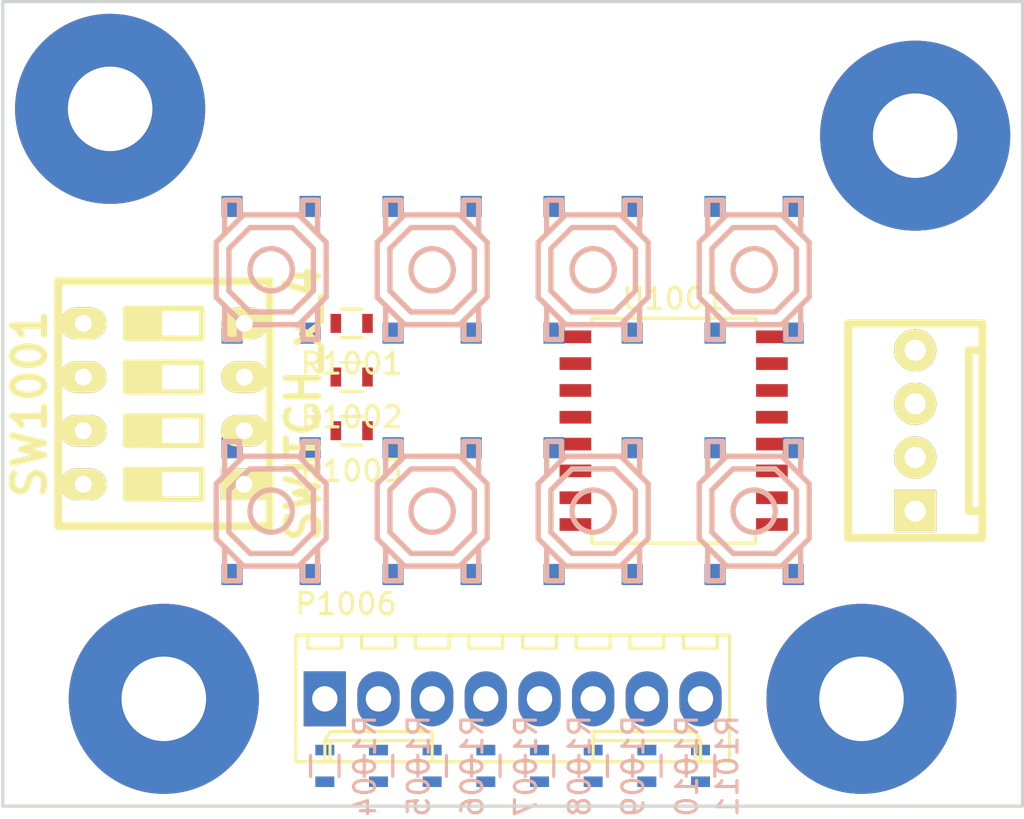
<source format=kicad_pcb>
(kicad_pcb (version 4) (host pcbnew 4.0.5+dfsg1-4)

  (general
    (links 61)
    (no_connects 57)
    (area 119.304999 34.214999 167.715001 72.465001)
    (thickness 1.6)
    (drawings 4)
    (tracks 0)
    (zones 0)
    (modules 27)
    (nets 22)
  )

  (page A4)
  (layers
    (0 F.Cu signal)
    (31 B.Cu signal)
    (32 B.Adhes user)
    (33 F.Adhes user)
    (34 B.Paste user)
    (35 F.Paste user)
    (36 B.SilkS user)
    (37 F.SilkS user)
    (38 B.Mask user)
    (39 F.Mask user)
    (40 Dwgs.User user)
    (41 Cmts.User user)
    (42 Eco1.User user)
    (43 Eco2.User user)
    (44 Edge.Cuts user)
    (45 Margin user)
    (46 B.CrtYd user)
    (47 F.CrtYd user)
    (48 B.Fab user)
    (49 F.Fab user)
  )

  (setup
    (last_trace_width 0.25)
    (trace_clearance 0.2)
    (zone_clearance 0.508)
    (zone_45_only no)
    (trace_min 0.2)
    (segment_width 0.2)
    (edge_width 0.15)
    (via_size 0.6)
    (via_drill 0.4)
    (via_min_size 0.4)
    (via_min_drill 0.3)
    (uvia_size 0.3)
    (uvia_drill 0.1)
    (uvias_allowed no)
    (uvia_min_size 0.2)
    (uvia_min_drill 0.1)
    (pcb_text_width 0.3)
    (pcb_text_size 1.5 1.5)
    (mod_edge_width 0.15)
    (mod_text_size 1 1)
    (mod_text_width 0.15)
    (pad_size 1.524 1.524)
    (pad_drill 0.762)
    (pad_to_mask_clearance 0.2)
    (aux_axis_origin 0 0)
    (visible_elements FFFFFF7F)
    (pcbplotparams
      (layerselection 0x00030_80000001)
      (usegerberextensions false)
      (excludeedgelayer true)
      (linewidth 0.100000)
      (plotframeref false)
      (viasonmask false)
      (mode 1)
      (useauxorigin false)
      (hpglpennumber 1)
      (hpglpenspeed 20)
      (hpglpendiameter 15)
      (hpglpenoverlay 2)
      (psnegative false)
      (psa4output false)
      (plotreference true)
      (plotvalue true)
      (plotinvisibletext false)
      (padsonsilk false)
      (subtractmaskfromsilk false)
      (outputformat 1)
      (mirror false)
      (drillshape 1)
      (scaleselection 1)
      (outputdirectory ""))
  )

  (net 0 "")
  (net 1 "Net-(P1001-Pad1)")
  (net 2 GND)
  (net 3 +5VD)
  (net 4 "Net-(P1002-Pad3)")
  (net 5 "Net-(P1002-Pad4)")
  (net 6 "Net-(P1003-Pad1)")
  (net 7 "Net-(P1004-Pad1)")
  (net 8 "Net-(P1005-Pad1)")
  (net 9 "Net-(P1006-Pad4)")
  (net 10 "Net-(P1006-Pad3)")
  (net 11 "Net-(P1006-Pad2)")
  (net 12 "Net-(P1006-Pad1)")
  (net 13 "Net-(P1006-Pad5)")
  (net 14 "Net-(P1006-Pad6)")
  (net 15 "Net-(R1001-Pad2)")
  (net 16 "Net-(R1002-Pad2)")
  (net 17 "Net-(R1003-Pad2)")
  (net 18 "Net-(P1006-Pad7)")
  (net 19 "Net-(P1006-Pad8)")
  (net 20 "Net-(SW1001-Pad1)")
  (net 21 "Net-(U1001-Pad13)")

  (net_class Default "Ceci est la Netclass par défaut"
    (clearance 0.2)
    (trace_width 0.25)
    (via_dia 0.6)
    (via_drill 0.4)
    (uvia_dia 0.3)
    (uvia_drill 0.1)
    (add_net +5VD)
    (add_net GND)
    (add_net "Net-(P1001-Pad1)")
    (add_net "Net-(P1002-Pad3)")
    (add_net "Net-(P1002-Pad4)")
    (add_net "Net-(P1003-Pad1)")
    (add_net "Net-(P1004-Pad1)")
    (add_net "Net-(P1005-Pad1)")
    (add_net "Net-(P1006-Pad1)")
    (add_net "Net-(P1006-Pad2)")
    (add_net "Net-(P1006-Pad3)")
    (add_net "Net-(P1006-Pad4)")
    (add_net "Net-(P1006-Pad5)")
    (add_net "Net-(P1006-Pad6)")
    (add_net "Net-(P1006-Pad7)")
    (add_net "Net-(P1006-Pad8)")
    (add_net "Net-(R1001-Pad2)")
    (add_net "Net-(R1002-Pad2)")
    (add_net "Net-(R1003-Pad2)")
    (add_net "Net-(SW1001-Pad1)")
    (add_net "Net-(U1001-Pad13)")
  )

  (module f4deb-mod-library:COLONETTE (layer F.Cu) (tedit 5C06C516) (tstamp 5C0E4F76)
    (at 124.46 39.37)
    (path /5C072268)
    (fp_text reference P1001 (at 0 0) (layer F.SilkS) hide
      (effects (font (thickness 0.3048)))
    )
    (fp_text value CONN_01X01 (at 0 -6.985) (layer F.SilkS) hide
      (effects (font (thickness 0.3048)))
    )
    (pad 1 thru_hole circle (at 0 0) (size 8.99922 8.99922) (drill 4.0005) (layers *.Cu)
      (net 1 "Net-(P1001-Pad1)"))
    (pad 1 thru_hole circle (at 0 0) (size 2 2) (drill 0.6) (layers *.Cu *.Mask F.SilkS)
      (net 1 "Net-(P1001-Pad1)"))
    (model git-f4deb-cen-electronic-library/wings/Colonette1.wrl
      (at (xyz 0 0 0))
      (scale (xyz 1 1 1))
      (rotate (xyz 0 0 0))
    )
  )

  (module f4deb-mod-library:KK-4 (layer F.Cu) (tedit 5C06C504) (tstamp 5C0E4F85)
    (at 162.56 50.8 270)
    (descr "Connecteur 4 pibs")
    (tags "CONN DEV")
    (path /5C06B984)
    (fp_text reference P1002 (at -1.27 -7.62 270) (layer F.SilkS) hide
      (effects (font (size 1.73482 1.08712) (thickness 0.27178)))
    )
    (fp_text value CONN_01X04 (at -5.08 -5.08 270) (layer F.SilkS) hide
      (effects (font (size 1.524 1.016) (thickness 0.3048)))
    )
    (fp_line (start 7.62 -3.175) (end 7.62 -2.54) (layer F.SilkS) (width 0.381))
    (fp_line (start 7.62 -2.54) (end 0 -2.54) (layer F.SilkS) (width 0.381))
    (fp_line (start 0 -2.54) (end 0 -3.175) (layer F.SilkS) (width 0.381))
    (fp_line (start -1.27 3.175) (end 8.89 3.175) (layer F.SilkS) (width 0.381))
    (fp_line (start 8.89 3.175) (end 8.89 -3.175) (layer F.SilkS) (width 0.381))
    (fp_line (start 8.89 -3.175) (end -1.27 -3.175) (layer F.SilkS) (width 0.381))
    (fp_line (start -1.27 -3.175) (end -1.27 3.175) (layer F.SilkS) (width 0.381))
    (pad 1 thru_hole rect (at 7.62 0 270) (size 1.99898 1.99898) (drill 1.00076) (layers *.Cu *.Mask F.SilkS)
      (net 2 GND))
    (pad 2 thru_hole circle (at 5.08 0 270) (size 1.99898 1.99898) (drill 1.00076) (layers *.Cu *.Mask F.SilkS)
      (net 3 +5VD))
    (pad 3 thru_hole circle (at 2.54 0 270) (size 1.99898 1.99898) (drill 1.00076) (layers *.Cu *.Mask F.SilkS)
      (net 4 "Net-(P1002-Pad3)"))
    (pad 4 thru_hole circle (at 0 0 270) (size 1.99898 1.99898) (drill 1.00076) (layers *.Cu *.Mask F.SilkS)
      (net 5 "Net-(P1002-Pad4)"))
    (model ../../../../../media/f4deb/5FA8E83012134053/electronique/git-f4deb/git-f4deb-cen-electronic-library/wings/f4deb.3dshapes/KK-4.wrl
      (at (xyz 0 0 0))
      (scale (xyz 1 1 1))
      (rotate (xyz 0 0 0))
    )
  )

  (module f4deb-mod-library:COLONETTE (layer F.Cu) (tedit 5C06C51A) (tstamp 5C0E4F8B)
    (at 162.56 40.64)
    (path /5C072363)
    (fp_text reference P1003 (at 0 0) (layer F.SilkS) hide
      (effects (font (thickness 0.3048)))
    )
    (fp_text value CONN_01X01 (at 0 -6.985) (layer F.SilkS) hide
      (effects (font (thickness 0.3048)))
    )
    (pad 1 thru_hole circle (at 0 0) (size 8.99922 8.99922) (drill 4.0005) (layers *.Cu)
      (net 6 "Net-(P1003-Pad1)"))
    (pad 1 thru_hole circle (at 0 0) (size 2 2) (drill 0.6) (layers *.Cu *.Mask F.SilkS)
      (net 6 "Net-(P1003-Pad1)"))
    (model git-f4deb-cen-electronic-library/wings/Colonette1.wrl
      (at (xyz 0 0 0))
      (scale (xyz 1 1 1))
      (rotate (xyz 0 0 0))
    )
  )

  (module f4deb-mod-library:COLONETTE (layer F.Cu) (tedit 5C06C50E) (tstamp 5C0E4F91)
    (at 160.02 67.31)
    (path /5C0724C6)
    (fp_text reference P1004 (at 0 0) (layer F.SilkS) hide
      (effects (font (thickness 0.3048)))
    )
    (fp_text value CONN_01X01 (at 0 -6.985) (layer F.SilkS) hide
      (effects (font (thickness 0.3048)))
    )
    (pad 1 thru_hole circle (at 0 0) (size 8.99922 8.99922) (drill 4.0005) (layers *.Cu)
      (net 7 "Net-(P1004-Pad1)"))
    (pad 1 thru_hole circle (at 0 0) (size 2 2) (drill 0.6) (layers *.Cu *.Mask F.SilkS)
      (net 7 "Net-(P1004-Pad1)"))
    (model git-f4deb-cen-electronic-library/wings/Colonette1.wrl
      (at (xyz 0 0 0))
      (scale (xyz 1 1 1))
      (rotate (xyz 0 0 0))
    )
  )

  (module f4deb-mod-library:COLONETTE (layer F.Cu) (tedit 5C06C512) (tstamp 5C0E4F97)
    (at 127 67.31)
    (path /5C072521)
    (fp_text reference P1005 (at 0 0) (layer F.SilkS) hide
      (effects (font (thickness 0.3048)))
    )
    (fp_text value CONN_01X01 (at 0 -6.985) (layer F.SilkS) hide
      (effects (font (thickness 0.3048)))
    )
    (pad 1 thru_hole circle (at 0 0) (size 8.99922 8.99922) (drill 4.0005) (layers *.Cu)
      (net 8 "Net-(P1005-Pad1)"))
    (pad 1 thru_hole circle (at 0 0) (size 2 2) (drill 0.6) (layers *.Cu *.Mask F.SilkS)
      (net 8 "Net-(P1005-Pad1)"))
    (model git-f4deb-cen-electronic-library/wings/Colonette1.wrl
      (at (xyz 0 0 0))
      (scale (xyz 1 1 1))
      (rotate (xyz 0 0 0))
    )
  )

  (module Resistors_SMD:R_0603 (layer F.Cu) (tedit 5C06C777) (tstamp 5C0E4FCA)
    (at 135.89 49.53 180)
    (descr "Resistor SMD 0603, reflow soldering, Vishay (see dcrcw.pdf)")
    (tags "resistor 0603")
    (path /5C0735BF)
    (attr smd)
    (fp_text reference R1001 (at 0 -1.9 180) (layer F.SilkS)
      (effects (font (size 1 1) (thickness 0.15)))
    )
    (fp_text value 100k (at 0 1.9 180) (layer F.Fab) hide
      (effects (font (size 1 1) (thickness 0.15)))
    )
    (fp_line (start -0.8 0.4) (end -0.8 -0.4) (layer F.Fab) (width 0.1))
    (fp_line (start 0.8 0.4) (end -0.8 0.4) (layer F.Fab) (width 0.1))
    (fp_line (start 0.8 -0.4) (end 0.8 0.4) (layer F.Fab) (width 0.1))
    (fp_line (start -0.8 -0.4) (end 0.8 -0.4) (layer F.Fab) (width 0.1))
    (fp_line (start -1.3 -0.8) (end 1.3 -0.8) (layer F.CrtYd) (width 0.05))
    (fp_line (start -1.3 0.8) (end 1.3 0.8) (layer F.CrtYd) (width 0.05))
    (fp_line (start -1.3 -0.8) (end -1.3 0.8) (layer F.CrtYd) (width 0.05))
    (fp_line (start 1.3 -0.8) (end 1.3 0.8) (layer F.CrtYd) (width 0.05))
    (fp_line (start 0.5 0.675) (end -0.5 0.675) (layer F.SilkS) (width 0.15))
    (fp_line (start -0.5 -0.675) (end 0.5 -0.675) (layer F.SilkS) (width 0.15))
    (pad 1 smd rect (at -0.75 0 180) (size 0.5 0.9) (layers F.Cu F.Paste F.Mask)
      (net 3 +5VD))
    (pad 2 smd rect (at 0.75 0 180) (size 0.5 0.9) (layers F.Cu F.Paste F.Mask)
      (net 15 "Net-(R1001-Pad2)"))
    (model Resistors_SMD.3dshapes/R_0603.wrl
      (at (xyz 0 0 0))
      (scale (xyz 1 1 1))
      (rotate (xyz 0 0 0))
    )
  )

  (module Resistors_SMD:R_0603 (layer F.Cu) (tedit 5C06C779) (tstamp 5C0E4FDA)
    (at 135.89 52.07 180)
    (descr "Resistor SMD 0603, reflow soldering, Vishay (see dcrcw.pdf)")
    (tags "resistor 0603")
    (path /5C073655)
    (attr smd)
    (fp_text reference R1002 (at 0 -1.9 180) (layer F.SilkS)
      (effects (font (size 1 1) (thickness 0.15)))
    )
    (fp_text value 100k (at 0 1.9 180) (layer F.Fab) hide
      (effects (font (size 1 1) (thickness 0.15)))
    )
    (fp_line (start -0.8 0.4) (end -0.8 -0.4) (layer F.Fab) (width 0.1))
    (fp_line (start 0.8 0.4) (end -0.8 0.4) (layer F.Fab) (width 0.1))
    (fp_line (start 0.8 -0.4) (end 0.8 0.4) (layer F.Fab) (width 0.1))
    (fp_line (start -0.8 -0.4) (end 0.8 -0.4) (layer F.Fab) (width 0.1))
    (fp_line (start -1.3 -0.8) (end 1.3 -0.8) (layer F.CrtYd) (width 0.05))
    (fp_line (start -1.3 0.8) (end 1.3 0.8) (layer F.CrtYd) (width 0.05))
    (fp_line (start -1.3 -0.8) (end -1.3 0.8) (layer F.CrtYd) (width 0.05))
    (fp_line (start 1.3 -0.8) (end 1.3 0.8) (layer F.CrtYd) (width 0.05))
    (fp_line (start 0.5 0.675) (end -0.5 0.675) (layer F.SilkS) (width 0.15))
    (fp_line (start -0.5 -0.675) (end 0.5 -0.675) (layer F.SilkS) (width 0.15))
    (pad 1 smd rect (at -0.75 0 180) (size 0.5 0.9) (layers F.Cu F.Paste F.Mask)
      (net 3 +5VD))
    (pad 2 smd rect (at 0.75 0 180) (size 0.5 0.9) (layers F.Cu F.Paste F.Mask)
      (net 16 "Net-(R1002-Pad2)"))
    (model Resistors_SMD.3dshapes/R_0603.wrl
      (at (xyz 0 0 0))
      (scale (xyz 1 1 1))
      (rotate (xyz 0 0 0))
    )
  )

  (module Resistors_SMD:R_0603 (layer F.Cu) (tedit 5C06C782) (tstamp 5C0E4FEA)
    (at 135.89 54.61 180)
    (descr "Resistor SMD 0603, reflow soldering, Vishay (see dcrcw.pdf)")
    (tags "resistor 0603")
    (path /5C073727)
    (attr smd)
    (fp_text reference R1003 (at 0 -1.9 180) (layer F.SilkS)
      (effects (font (size 1 1) (thickness 0.15)))
    )
    (fp_text value 100k (at 0 1.9 180) (layer F.Fab) hide
      (effects (font (size 1 1) (thickness 0.15)))
    )
    (fp_line (start -0.8 0.4) (end -0.8 -0.4) (layer F.Fab) (width 0.1))
    (fp_line (start 0.8 0.4) (end -0.8 0.4) (layer F.Fab) (width 0.1))
    (fp_line (start 0.8 -0.4) (end 0.8 0.4) (layer F.Fab) (width 0.1))
    (fp_line (start -0.8 -0.4) (end 0.8 -0.4) (layer F.Fab) (width 0.1))
    (fp_line (start -1.3 -0.8) (end 1.3 -0.8) (layer F.CrtYd) (width 0.05))
    (fp_line (start -1.3 0.8) (end 1.3 0.8) (layer F.CrtYd) (width 0.05))
    (fp_line (start -1.3 -0.8) (end -1.3 0.8) (layer F.CrtYd) (width 0.05))
    (fp_line (start 1.3 -0.8) (end 1.3 0.8) (layer F.CrtYd) (width 0.05))
    (fp_line (start 0.5 0.675) (end -0.5 0.675) (layer F.SilkS) (width 0.15))
    (fp_line (start -0.5 -0.675) (end 0.5 -0.675) (layer F.SilkS) (width 0.15))
    (pad 1 smd rect (at -0.75 0 180) (size 0.5 0.9) (layers F.Cu F.Paste F.Mask)
      (net 3 +5VD))
    (pad 2 smd rect (at 0.75 0 180) (size 0.5 0.9) (layers F.Cu F.Paste F.Mask)
      (net 17 "Net-(R1003-Pad2)"))
    (model Resistors_SMD.3dshapes/R_0603.wrl
      (at (xyz 0 0 0))
      (scale (xyz 1 1 1))
      (rotate (xyz 0 0 0))
    )
  )

  (module Resistors_SMD:R_0603 (layer B.Cu) (tedit 5C06C785) (tstamp 5C0E4FFA)
    (at 134.62 70.485 90)
    (descr "Resistor SMD 0603, reflow soldering, Vishay (see dcrcw.pdf)")
    (tags "resistor 0603")
    (path /5C06BACF)
    (attr smd)
    (fp_text reference R1004 (at 0 1.9 90) (layer B.SilkS)
      (effects (font (size 1 1) (thickness 0.15)) (justify mirror))
    )
    (fp_text value 100k (at 0 -1.9 90) (layer B.Fab) hide
      (effects (font (size 1 1) (thickness 0.15)) (justify mirror))
    )
    (fp_line (start -0.8 -0.4) (end -0.8 0.4) (layer B.Fab) (width 0.1))
    (fp_line (start 0.8 -0.4) (end -0.8 -0.4) (layer B.Fab) (width 0.1))
    (fp_line (start 0.8 0.4) (end 0.8 -0.4) (layer B.Fab) (width 0.1))
    (fp_line (start -0.8 0.4) (end 0.8 0.4) (layer B.Fab) (width 0.1))
    (fp_line (start -1.3 0.8) (end 1.3 0.8) (layer B.CrtYd) (width 0.05))
    (fp_line (start -1.3 -0.8) (end 1.3 -0.8) (layer B.CrtYd) (width 0.05))
    (fp_line (start -1.3 0.8) (end -1.3 -0.8) (layer B.CrtYd) (width 0.05))
    (fp_line (start 1.3 0.8) (end 1.3 -0.8) (layer B.CrtYd) (width 0.05))
    (fp_line (start 0.5 -0.675) (end -0.5 -0.675) (layer B.SilkS) (width 0.15))
    (fp_line (start -0.5 0.675) (end 0.5 0.675) (layer B.SilkS) (width 0.15))
    (pad 1 smd rect (at -0.75 0 90) (size 0.5 0.9) (layers B.Cu B.Paste B.Mask)
      (net 3 +5VD))
    (pad 2 smd rect (at 0.75 0 90) (size 0.5 0.9) (layers B.Cu B.Paste B.Mask)
      (net 12 "Net-(P1006-Pad1)"))
    (model Resistors_SMD.3dshapes/R_0603.wrl
      (at (xyz 0 0 0))
      (scale (xyz 1 1 1))
      (rotate (xyz 0 0 0))
    )
  )

  (module Resistors_SMD:R_0603 (layer B.Cu) (tedit 5C06C780) (tstamp 5C0E500A)
    (at 137.16 70.485 90)
    (descr "Resistor SMD 0603, reflow soldering, Vishay (see dcrcw.pdf)")
    (tags "resistor 0603")
    (path /5C072DEB)
    (attr smd)
    (fp_text reference R1005 (at 0 1.9 90) (layer B.SilkS)
      (effects (font (size 1 1) (thickness 0.15)) (justify mirror))
    )
    (fp_text value 100k (at 0 -1.9 90) (layer B.Fab) hide
      (effects (font (size 1 1) (thickness 0.15)) (justify mirror))
    )
    (fp_line (start -0.8 -0.4) (end -0.8 0.4) (layer B.Fab) (width 0.1))
    (fp_line (start 0.8 -0.4) (end -0.8 -0.4) (layer B.Fab) (width 0.1))
    (fp_line (start 0.8 0.4) (end 0.8 -0.4) (layer B.Fab) (width 0.1))
    (fp_line (start -0.8 0.4) (end 0.8 0.4) (layer B.Fab) (width 0.1))
    (fp_line (start -1.3 0.8) (end 1.3 0.8) (layer B.CrtYd) (width 0.05))
    (fp_line (start -1.3 -0.8) (end 1.3 -0.8) (layer B.CrtYd) (width 0.05))
    (fp_line (start -1.3 0.8) (end -1.3 -0.8) (layer B.CrtYd) (width 0.05))
    (fp_line (start 1.3 0.8) (end 1.3 -0.8) (layer B.CrtYd) (width 0.05))
    (fp_line (start 0.5 -0.675) (end -0.5 -0.675) (layer B.SilkS) (width 0.15))
    (fp_line (start -0.5 0.675) (end 0.5 0.675) (layer B.SilkS) (width 0.15))
    (pad 1 smd rect (at -0.75 0 90) (size 0.5 0.9) (layers B.Cu B.Paste B.Mask)
      (net 3 +5VD))
    (pad 2 smd rect (at 0.75 0 90) (size 0.5 0.9) (layers B.Cu B.Paste B.Mask)
      (net 11 "Net-(P1006-Pad2)"))
    (model Resistors_SMD.3dshapes/R_0603.wrl
      (at (xyz 0 0 0))
      (scale (xyz 1 1 1))
      (rotate (xyz 0 0 0))
    )
  )

  (module Resistors_SMD:R_0603 (layer B.Cu) (tedit 5C06C78F) (tstamp 5C0E501A)
    (at 139.7 70.485 90)
    (descr "Resistor SMD 0603, reflow soldering, Vishay (see dcrcw.pdf)")
    (tags "resistor 0603")
    (path /5C072E75)
    (attr smd)
    (fp_text reference R1006 (at 0 1.9 90) (layer B.SilkS)
      (effects (font (size 1 1) (thickness 0.15)) (justify mirror))
    )
    (fp_text value 100k (at 0 -1.9 90) (layer B.Fab) hide
      (effects (font (size 1 1) (thickness 0.15)) (justify mirror))
    )
    (fp_line (start -0.8 -0.4) (end -0.8 0.4) (layer B.Fab) (width 0.1))
    (fp_line (start 0.8 -0.4) (end -0.8 -0.4) (layer B.Fab) (width 0.1))
    (fp_line (start 0.8 0.4) (end 0.8 -0.4) (layer B.Fab) (width 0.1))
    (fp_line (start -0.8 0.4) (end 0.8 0.4) (layer B.Fab) (width 0.1))
    (fp_line (start -1.3 0.8) (end 1.3 0.8) (layer B.CrtYd) (width 0.05))
    (fp_line (start -1.3 -0.8) (end 1.3 -0.8) (layer B.CrtYd) (width 0.05))
    (fp_line (start -1.3 0.8) (end -1.3 -0.8) (layer B.CrtYd) (width 0.05))
    (fp_line (start 1.3 0.8) (end 1.3 -0.8) (layer B.CrtYd) (width 0.05))
    (fp_line (start 0.5 -0.675) (end -0.5 -0.675) (layer B.SilkS) (width 0.15))
    (fp_line (start -0.5 0.675) (end 0.5 0.675) (layer B.SilkS) (width 0.15))
    (pad 1 smd rect (at -0.75 0 90) (size 0.5 0.9) (layers B.Cu B.Paste B.Mask)
      (net 3 +5VD))
    (pad 2 smd rect (at 0.75 0 90) (size 0.5 0.9) (layers B.Cu B.Paste B.Mask)
      (net 10 "Net-(P1006-Pad3)"))
    (model Resistors_SMD.3dshapes/R_0603.wrl
      (at (xyz 0 0 0))
      (scale (xyz 1 1 1))
      (rotate (xyz 0 0 0))
    )
  )

  (module Resistors_SMD:R_0603 (layer B.Cu) (tedit 5C06C78D) (tstamp 5C0E502A)
    (at 142.24 70.485 90)
    (descr "Resistor SMD 0603, reflow soldering, Vishay (see dcrcw.pdf)")
    (tags "resistor 0603")
    (path /5C07310D)
    (attr smd)
    (fp_text reference R1007 (at 0 1.9 90) (layer B.SilkS)
      (effects (font (size 1 1) (thickness 0.15)) (justify mirror))
    )
    (fp_text value 100k (at 0 -1.9 90) (layer B.Fab) hide
      (effects (font (size 1 1) (thickness 0.15)) (justify mirror))
    )
    (fp_line (start -0.8 -0.4) (end -0.8 0.4) (layer B.Fab) (width 0.1))
    (fp_line (start 0.8 -0.4) (end -0.8 -0.4) (layer B.Fab) (width 0.1))
    (fp_line (start 0.8 0.4) (end 0.8 -0.4) (layer B.Fab) (width 0.1))
    (fp_line (start -0.8 0.4) (end 0.8 0.4) (layer B.Fab) (width 0.1))
    (fp_line (start -1.3 0.8) (end 1.3 0.8) (layer B.CrtYd) (width 0.05))
    (fp_line (start -1.3 -0.8) (end 1.3 -0.8) (layer B.CrtYd) (width 0.05))
    (fp_line (start -1.3 0.8) (end -1.3 -0.8) (layer B.CrtYd) (width 0.05))
    (fp_line (start 1.3 0.8) (end 1.3 -0.8) (layer B.CrtYd) (width 0.05))
    (fp_line (start 0.5 -0.675) (end -0.5 -0.675) (layer B.SilkS) (width 0.15))
    (fp_line (start -0.5 0.675) (end 0.5 0.675) (layer B.SilkS) (width 0.15))
    (pad 1 smd rect (at -0.75 0 90) (size 0.5 0.9) (layers B.Cu B.Paste B.Mask)
      (net 3 +5VD))
    (pad 2 smd rect (at 0.75 0 90) (size 0.5 0.9) (layers B.Cu B.Paste B.Mask)
      (net 9 "Net-(P1006-Pad4)"))
    (model Resistors_SMD.3dshapes/R_0603.wrl
      (at (xyz 0 0 0))
      (scale (xyz 1 1 1))
      (rotate (xyz 0 0 0))
    )
  )

  (module Resistors_SMD:R_0603 (layer B.Cu) (tedit 5C06C787) (tstamp 5C0E503A)
    (at 144.78 70.485 90)
    (descr "Resistor SMD 0603, reflow soldering, Vishay (see dcrcw.pdf)")
    (tags "resistor 0603")
    (path /5C073113)
    (attr smd)
    (fp_text reference R1008 (at 0 1.9 90) (layer B.SilkS)
      (effects (font (size 1 1) (thickness 0.15)) (justify mirror))
    )
    (fp_text value 100k (at 0 -1.9 90) (layer B.Fab) hide
      (effects (font (size 1 1) (thickness 0.15)) (justify mirror))
    )
    (fp_line (start -0.8 -0.4) (end -0.8 0.4) (layer B.Fab) (width 0.1))
    (fp_line (start 0.8 -0.4) (end -0.8 -0.4) (layer B.Fab) (width 0.1))
    (fp_line (start 0.8 0.4) (end 0.8 -0.4) (layer B.Fab) (width 0.1))
    (fp_line (start -0.8 0.4) (end 0.8 0.4) (layer B.Fab) (width 0.1))
    (fp_line (start -1.3 0.8) (end 1.3 0.8) (layer B.CrtYd) (width 0.05))
    (fp_line (start -1.3 -0.8) (end 1.3 -0.8) (layer B.CrtYd) (width 0.05))
    (fp_line (start -1.3 0.8) (end -1.3 -0.8) (layer B.CrtYd) (width 0.05))
    (fp_line (start 1.3 0.8) (end 1.3 -0.8) (layer B.CrtYd) (width 0.05))
    (fp_line (start 0.5 -0.675) (end -0.5 -0.675) (layer B.SilkS) (width 0.15))
    (fp_line (start -0.5 0.675) (end 0.5 0.675) (layer B.SilkS) (width 0.15))
    (pad 1 smd rect (at -0.75 0 90) (size 0.5 0.9) (layers B.Cu B.Paste B.Mask)
      (net 3 +5VD))
    (pad 2 smd rect (at 0.75 0 90) (size 0.5 0.9) (layers B.Cu B.Paste B.Mask)
      (net 13 "Net-(P1006-Pad5)"))
    (model Resistors_SMD.3dshapes/R_0603.wrl
      (at (xyz 0 0 0))
      (scale (xyz 1 1 1))
      (rotate (xyz 0 0 0))
    )
  )

  (module Resistors_SMD:R_0603 (layer B.Cu) (tedit 5C06C77D) (tstamp 5C0E504A)
    (at 147.32 70.485 90)
    (descr "Resistor SMD 0603, reflow soldering, Vishay (see dcrcw.pdf)")
    (tags "resistor 0603")
    (path /5C073119)
    (attr smd)
    (fp_text reference R1009 (at 0 1.9 90) (layer B.SilkS)
      (effects (font (size 1 1) (thickness 0.15)) (justify mirror))
    )
    (fp_text value 100k (at 0 -1.9 90) (layer B.Fab) hide
      (effects (font (size 1 1) (thickness 0.15)) (justify mirror))
    )
    (fp_line (start -0.8 -0.4) (end -0.8 0.4) (layer B.Fab) (width 0.1))
    (fp_line (start 0.8 -0.4) (end -0.8 -0.4) (layer B.Fab) (width 0.1))
    (fp_line (start 0.8 0.4) (end 0.8 -0.4) (layer B.Fab) (width 0.1))
    (fp_line (start -0.8 0.4) (end 0.8 0.4) (layer B.Fab) (width 0.1))
    (fp_line (start -1.3 0.8) (end 1.3 0.8) (layer B.CrtYd) (width 0.05))
    (fp_line (start -1.3 -0.8) (end 1.3 -0.8) (layer B.CrtYd) (width 0.05))
    (fp_line (start -1.3 0.8) (end -1.3 -0.8) (layer B.CrtYd) (width 0.05))
    (fp_line (start 1.3 0.8) (end 1.3 -0.8) (layer B.CrtYd) (width 0.05))
    (fp_line (start 0.5 -0.675) (end -0.5 -0.675) (layer B.SilkS) (width 0.15))
    (fp_line (start -0.5 0.675) (end 0.5 0.675) (layer B.SilkS) (width 0.15))
    (pad 1 smd rect (at -0.75 0 90) (size 0.5 0.9) (layers B.Cu B.Paste B.Mask)
      (net 3 +5VD))
    (pad 2 smd rect (at 0.75 0 90) (size 0.5 0.9) (layers B.Cu B.Paste B.Mask)
      (net 14 "Net-(P1006-Pad6)"))
    (model Resistors_SMD.3dshapes/R_0603.wrl
      (at (xyz 0 0 0))
      (scale (xyz 1 1 1))
      (rotate (xyz 0 0 0))
    )
  )

  (module Resistors_SMD:R_0603 (layer B.Cu) (tedit 5C06C78A) (tstamp 5C0E505A)
    (at 149.86 70.485 90)
    (descr "Resistor SMD 0603, reflow soldering, Vishay (see dcrcw.pdf)")
    (tags "resistor 0603")
    (path /5C073207)
    (attr smd)
    (fp_text reference R1010 (at 0 1.9 90) (layer B.SilkS)
      (effects (font (size 1 1) (thickness 0.15)) (justify mirror))
    )
    (fp_text value 100k (at 0 -1.9 90) (layer B.Fab) hide
      (effects (font (size 1 1) (thickness 0.15)) (justify mirror))
    )
    (fp_line (start -0.8 -0.4) (end -0.8 0.4) (layer B.Fab) (width 0.1))
    (fp_line (start 0.8 -0.4) (end -0.8 -0.4) (layer B.Fab) (width 0.1))
    (fp_line (start 0.8 0.4) (end 0.8 -0.4) (layer B.Fab) (width 0.1))
    (fp_line (start -0.8 0.4) (end 0.8 0.4) (layer B.Fab) (width 0.1))
    (fp_line (start -1.3 0.8) (end 1.3 0.8) (layer B.CrtYd) (width 0.05))
    (fp_line (start -1.3 -0.8) (end 1.3 -0.8) (layer B.CrtYd) (width 0.05))
    (fp_line (start -1.3 0.8) (end -1.3 -0.8) (layer B.CrtYd) (width 0.05))
    (fp_line (start 1.3 0.8) (end 1.3 -0.8) (layer B.CrtYd) (width 0.05))
    (fp_line (start 0.5 -0.675) (end -0.5 -0.675) (layer B.SilkS) (width 0.15))
    (fp_line (start -0.5 0.675) (end 0.5 0.675) (layer B.SilkS) (width 0.15))
    (pad 1 smd rect (at -0.75 0 90) (size 0.5 0.9) (layers B.Cu B.Paste B.Mask)
      (net 3 +5VD))
    (pad 2 smd rect (at 0.75 0 90) (size 0.5 0.9) (layers B.Cu B.Paste B.Mask)
      (net 18 "Net-(P1006-Pad7)"))
    (model Resistors_SMD.3dshapes/R_0603.wrl
      (at (xyz 0 0 0))
      (scale (xyz 1 1 1))
      (rotate (xyz 0 0 0))
    )
  )

  (module Resistors_SMD:R_0603 (layer B.Cu) (tedit 5C06C774) (tstamp 5C0E506A)
    (at 152.4 70.485 90)
    (descr "Resistor SMD 0603, reflow soldering, Vishay (see dcrcw.pdf)")
    (tags "resistor 0603")
    (path /5C07320D)
    (attr smd)
    (fp_text reference R1011 (at 0 1.27 90) (layer B.SilkS)
      (effects (font (size 1 1) (thickness 0.15)) (justify mirror))
    )
    (fp_text value 100k (at 0 -1.9 90) (layer B.Fab) hide
      (effects (font (size 1 1) (thickness 0.15)) (justify mirror))
    )
    (fp_line (start -0.8 -0.4) (end -0.8 0.4) (layer B.Fab) (width 0.1))
    (fp_line (start 0.8 -0.4) (end -0.8 -0.4) (layer B.Fab) (width 0.1))
    (fp_line (start 0.8 0.4) (end 0.8 -0.4) (layer B.Fab) (width 0.1))
    (fp_line (start -0.8 0.4) (end 0.8 0.4) (layer B.Fab) (width 0.1))
    (fp_line (start -1.3 0.8) (end 1.3 0.8) (layer B.CrtYd) (width 0.05))
    (fp_line (start -1.3 -0.8) (end 1.3 -0.8) (layer B.CrtYd) (width 0.05))
    (fp_line (start -1.3 0.8) (end -1.3 -0.8) (layer B.CrtYd) (width 0.05))
    (fp_line (start 1.3 0.8) (end 1.3 -0.8) (layer B.CrtYd) (width 0.05))
    (fp_line (start 0.5 -0.675) (end -0.5 -0.675) (layer B.SilkS) (width 0.15))
    (fp_line (start -0.5 0.675) (end 0.5 0.675) (layer B.SilkS) (width 0.15))
    (pad 1 smd rect (at -0.75 0 90) (size 0.5 0.9) (layers B.Cu B.Paste B.Mask)
      (net 3 +5VD))
    (pad 2 smd rect (at 0.75 0 90) (size 0.5 0.9) (layers B.Cu B.Paste B.Mask)
      (net 19 "Net-(P1006-Pad8)"))
    (model Resistors_SMD.3dshapes/R_0603.wrl
      (at (xyz 0 0 0))
      (scale (xyz 1 1 1))
      (rotate (xyz 0 0 0))
    )
  )

  (module w_switch:dip_4-300 (layer F.Cu) (tedit 0) (tstamp 5C0E50AA)
    (at 127 53.34 90)
    (descr "Dip switch, DIL8 x 0,3\"")
    (tags DIP)
    (path /5C06D1CE)
    (fp_text reference SW1001 (at 0 -6.35 90) (layer F.SilkS)
      (effects (font (size 1.4986 1.4986) (thickness 0.29972)))
    )
    (fp_text value SWITCH_x_4 (at 0 6.604 90) (layer F.SilkS)
      (effects (font (size 1.524 1.4986) (thickness 0.29718)))
    )
    (fp_line (start 5.79882 5.00126) (end -5.79882 5.00126) (layer F.SilkS) (width 0.381))
    (fp_line (start -5.79882 -5.00126) (end 5.79882 -5.00126) (layer F.SilkS) (width 0.381))
    (fp_line (start 4.51104 -1.80086) (end 3.10896 -1.80086) (layer F.SilkS) (width 0.254))
    (fp_line (start 4.51104 1.80086) (end 4.51104 -1.80086) (layer F.SilkS) (width 0.254))
    (fp_line (start 3.10896 1.80086) (end 4.51104 1.80086) (layer F.SilkS) (width 0.254))
    (fp_line (start 3.10896 -1.80086) (end 3.10896 1.80086) (layer F.SilkS) (width 0.254))
    (fp_line (start 3.10896 -0.20066) (end 4.51104 -0.20066) (layer F.SilkS) (width 0.254))
    (fp_line (start 3.10896 -0.40132) (end 4.51104 -0.40132) (layer F.SilkS) (width 0.254))
    (fp_line (start 3.10896 -0.8001) (end 4.51104 -0.8001) (layer F.SilkS) (width 0.254))
    (fp_line (start 3.10896 -0.59944) (end 4.51104 -0.59944) (layer F.SilkS) (width 0.254))
    (fp_line (start 3.10896 -1.39954) (end 4.51104 -1.39954) (layer F.SilkS) (width 0.254))
    (fp_line (start 3.10896 -1.6002) (end 4.51104 -1.6002) (layer F.SilkS) (width 0.254))
    (fp_line (start 3.10896 -1.20142) (end 4.51104 -1.20142) (layer F.SilkS) (width 0.254))
    (fp_line (start 3.10896 -1.00076) (end 4.51104 -1.00076) (layer F.SilkS) (width 0.254))
    (fp_line (start -3.10896 -1.80086) (end -4.51104 -1.80086) (layer F.SilkS) (width 0.254))
    (fp_line (start -3.10896 1.80086) (end -3.10896 -1.80086) (layer F.SilkS) (width 0.254))
    (fp_line (start -4.51104 1.80086) (end -3.10896 1.80086) (layer F.SilkS) (width 0.254))
    (fp_line (start -4.51104 -1.80086) (end -4.51104 1.80086) (layer F.SilkS) (width 0.254))
    (fp_line (start -4.51104 -0.20066) (end -3.10896 -0.20066) (layer F.SilkS) (width 0.254))
    (fp_line (start -4.51104 -0.40132) (end -3.10896 -0.40132) (layer F.SilkS) (width 0.254))
    (fp_line (start -4.51104 -0.8001) (end -3.10896 -0.8001) (layer F.SilkS) (width 0.254))
    (fp_line (start -4.51104 -0.59944) (end -3.10896 -0.59944) (layer F.SilkS) (width 0.254))
    (fp_line (start -4.51104 -1.39954) (end -3.10896 -1.39954) (layer F.SilkS) (width 0.254))
    (fp_line (start -4.51104 -1.6002) (end -3.10896 -1.6002) (layer F.SilkS) (width 0.254))
    (fp_line (start -4.51104 -1.20142) (end -3.10896 -1.20142) (layer F.SilkS) (width 0.254))
    (fp_line (start -4.51104 -1.00076) (end -3.10896 -1.00076) (layer F.SilkS) (width 0.254))
    (fp_line (start -0.56896 -1.80086) (end -1.97104 -1.80086) (layer F.SilkS) (width 0.254))
    (fp_line (start -0.56896 1.80086) (end -0.56896 -1.80086) (layer F.SilkS) (width 0.254))
    (fp_line (start -1.97104 1.80086) (end -0.56896 1.80086) (layer F.SilkS) (width 0.254))
    (fp_line (start -1.97104 -1.80086) (end -1.97104 1.80086) (layer F.SilkS) (width 0.254))
    (fp_line (start -1.97104 -0.20066) (end -0.56896 -0.20066) (layer F.SilkS) (width 0.254))
    (fp_line (start -1.97104 -0.40132) (end -0.56896 -0.40132) (layer F.SilkS) (width 0.254))
    (fp_line (start -1.97104 -0.8001) (end -0.56896 -0.8001) (layer F.SilkS) (width 0.254))
    (fp_line (start -1.97104 -0.59944) (end -0.56896 -0.59944) (layer F.SilkS) (width 0.254))
    (fp_line (start -1.97104 -1.39954) (end -0.56896 -1.39954) (layer F.SilkS) (width 0.254))
    (fp_line (start -1.97104 -1.6002) (end -0.56896 -1.6002) (layer F.SilkS) (width 0.254))
    (fp_line (start -1.97104 -1.20142) (end -0.56896 -1.20142) (layer F.SilkS) (width 0.254))
    (fp_line (start -1.97104 -1.00076) (end -0.56896 -1.00076) (layer F.SilkS) (width 0.254))
    (fp_line (start 0.56896 -1.00076) (end 1.97104 -1.00076) (layer F.SilkS) (width 0.254))
    (fp_line (start 0.56896 -1.20142) (end 1.97104 -1.20142) (layer F.SilkS) (width 0.254))
    (fp_line (start 0.56896 -1.6002) (end 1.97104 -1.6002) (layer F.SilkS) (width 0.254))
    (fp_line (start 0.56896 -1.39954) (end 1.97104 -1.39954) (layer F.SilkS) (width 0.254))
    (fp_line (start 0.56896 -0.59944) (end 1.97104 -0.59944) (layer F.SilkS) (width 0.254))
    (fp_line (start 0.56896 -0.8001) (end 1.97104 -0.8001) (layer F.SilkS) (width 0.254))
    (fp_line (start 0.56896 -0.40132) (end 1.97104 -0.40132) (layer F.SilkS) (width 0.254))
    (fp_line (start 0.56896 -0.20066) (end 1.97104 -0.20066) (layer F.SilkS) (width 0.254))
    (fp_line (start 0.56896 -1.80086) (end 0.56896 1.80086) (layer F.SilkS) (width 0.254))
    (fp_line (start 0.56896 1.80086) (end 1.97104 1.80086) (layer F.SilkS) (width 0.254))
    (fp_line (start 1.97104 1.80086) (end 1.97104 -1.80086) (layer F.SilkS) (width 0.254))
    (fp_line (start 1.97104 -1.80086) (end 0.56896 -1.80086) (layer F.SilkS) (width 0.254))
    (fp_line (start 5.79882 -4.99872) (end 5.79882 5.00126) (layer F.SilkS) (width 0.381))
    (fp_line (start -5.79882 5.00126) (end -5.79882 -5.00126) (layer F.SilkS) (width 0.381))
    (pad 1 thru_hole rect (at -3.81 3.7973 90) (size 1.4986 2.1971) (drill 0.8001) (layers *.Cu *.Mask F.SilkS)
      (net 20 "Net-(SW1001-Pad1)"))
    (pad 2 thru_hole oval (at -1.27 3.81 90) (size 1.4986 2.1971) (drill 0.8001) (layers *.Cu *.Mask F.SilkS)
      (net 17 "Net-(R1003-Pad2)"))
    (pad 3 thru_hole oval (at 1.27 3.81 90) (size 1.4986 2.1971) (drill 0.8001) (layers *.Cu *.Mask F.SilkS)
      (net 16 "Net-(R1002-Pad2)"))
    (pad 4 thru_hole oval (at 3.81 3.81 90) (size 1.4986 2.1971) (drill 0.8001) (layers *.Cu *.Mask F.SilkS)
      (net 15 "Net-(R1001-Pad2)"))
    (pad 5 thru_hole oval (at 3.81 -3.81 90) (size 1.4986 2.1971) (drill 0.8001) (layers *.Cu *.Mask F.SilkS)
      (net 2 GND))
    (pad 6 thru_hole oval (at 1.27 -3.81 90) (size 1.4986 2.1971) (drill 0.8001) (layers *.Cu *.Mask F.SilkS)
      (net 2 GND))
    (pad 7 thru_hole oval (at -1.27 -3.81 90) (size 1.4986 2.1971) (drill 0.8001) (layers *.Cu *.Mask F.SilkS)
      (net 2 GND))
    (pad 8 thru_hole oval (at -3.81 -3.81 90) (size 1.4986 2.1971) (drill 0.8001) (layers *.Cu *.Mask F.SilkS)
      (net 2 GND))
    (model walter/switch/dip_4-300.wrl
      (at (xyz 0 0 0))
      (scale (xyz 1 1 1))
      (rotate (xyz 0 0 0))
    )
  )

  (module w_switch:smd_push2 (layer B.Cu) (tedit 5C06C550) (tstamp 5C0E50CF)
    (at 132.08 46.99 90)
    (descr "SMD Pushbutton 2")
    (path /5C06BCF8)
    (autoplace_cost180 10)
    (fp_text reference SW1002 (at 0 3.59918 90) (layer B.SilkS) hide
      (effects (font (size 1.143 1.27) (thickness 0.1524)) (justify mirror))
    )
    (fp_text value SW_PUSH_SMALL (at 0 -3.59918 90) (layer B.SilkS) hide
      (effects (font (size 1.143 1.27) (thickness 0.1524)) (justify mirror))
    )
    (fp_line (start 2.4003 1.50114) (end 3.29946 1.50114) (layer B.SilkS) (width 0.254))
    (fp_line (start 3.29946 1.50114) (end 3.29946 2.19964) (layer B.SilkS) (width 0.254))
    (fp_line (start 3.29946 2.19964) (end 1.69926 2.19964) (layer B.SilkS) (width 0.254))
    (fp_line (start 1.69926 -2.19964) (end 3.29946 -2.19964) (layer B.SilkS) (width 0.254))
    (fp_line (start 3.29946 -2.19964) (end 3.29946 -1.50114) (layer B.SilkS) (width 0.254))
    (fp_line (start 3.29946 -1.50114) (end 2.4003 -1.50114) (layer B.SilkS) (width 0.254))
    (fp_line (start -3.29946 -1.50114) (end -3.29946 -2.19964) (layer B.SilkS) (width 0.254))
    (fp_line (start -3.29946 -2.19964) (end -1.69926 -2.19964) (layer B.SilkS) (width 0.254))
    (fp_line (start -3.29946 -1.50114) (end -2.4003 -1.50114) (layer B.SilkS) (width 0.254))
    (fp_line (start -1.69926 2.19964) (end -3.29946 2.19964) (layer B.SilkS) (width 0.254))
    (fp_line (start -3.29946 2.19964) (end -3.29946 1.50114) (layer B.SilkS) (width 0.254))
    (fp_line (start -3.29946 1.50114) (end -2.4003 1.50114) (layer B.SilkS) (width 0.254))
    (fp_line (start -1.99898 -1.00076) (end -1.00076 -1.99898) (layer B.SilkS) (width 0.254))
    (fp_line (start -1.00076 -1.99898) (end 1.00076 -1.99898) (layer B.SilkS) (width 0.254))
    (fp_line (start 1.00076 -1.99898) (end 1.99898 -1.00076) (layer B.SilkS) (width 0.254))
    (fp_line (start 1.99898 -1.00076) (end 1.99898 1.00076) (layer B.SilkS) (width 0.254))
    (fp_line (start 1.99898 1.00076) (end 1.00076 1.99898) (layer B.SilkS) (width 0.254))
    (fp_line (start 1.00076 1.99898) (end -1.00076 1.99898) (layer B.SilkS) (width 0.254))
    (fp_line (start -1.00076 1.99898) (end -1.99898 1.00076) (layer B.SilkS) (width 0.254))
    (fp_line (start -1.99898 1.00076) (end -1.99898 -1.00076) (layer B.SilkS) (width 0.254))
    (fp_line (start -1.30048 -2.60096) (end 1.30048 -2.60096) (layer B.SilkS) (width 0.254))
    (fp_line (start -2.60096 1.30048) (end -2.60096 -1.30048) (layer B.SilkS) (width 0.254))
    (fp_line (start 1.30048 -2.60096) (end 2.60096 -1.30048) (layer B.SilkS) (width 0.254))
    (fp_line (start 2.60096 -1.30048) (end 2.60096 1.30048) (layer B.SilkS) (width 0.254))
    (fp_line (start 2.60096 1.30048) (end 1.30048 2.60096) (layer B.SilkS) (width 0.254))
    (fp_line (start 1.30048 2.60096) (end -1.30048 2.60096) (layer B.SilkS) (width 0.254))
    (fp_line (start -2.60096 -1.30048) (end -1.30048 -2.60096) (layer B.SilkS) (width 0.254))
    (fp_line (start -1.30048 2.60096) (end -2.60096 1.30048) (layer B.SilkS) (width 0.254))
    (fp_circle (center 0 0) (end -1.00076 0) (layer B.SilkS) (width 0.254))
    (pad 1 smd rect (at -2.99974 1.84912 90) (size 1.00076 1.00076) (layers B.Cu B.Paste B.Mask)
      (net 12 "Net-(P1006-Pad1)"))
    (pad 2 smd rect (at 2.99974 -1.84912 90) (size 1.00076 1.00076) (layers B.Cu B.Paste B.Mask)
      (net 2 GND))
    (pad 3 smd rect (at -2.99974 -1.84912 90) (size 1.00076 1.00076) (layers B.Cu B.Paste B.Mask))
    (pad 4 smd rect (at 2.99974 1.84912 90) (size 1.00076 1.00076) (layers B.Cu B.Paste B.Mask))
    (model walter/switch/smd_push2.wrl
      (at (xyz 0 0 0))
      (scale (xyz 1 1 1))
      (rotate (xyz 0 0 0))
    )
  )

  (module w_switch:smd_push2 (layer B.Cu) (tedit 5C06C555) (tstamp 5C0E50F4)
    (at 139.7 46.99 90)
    (descr "SMD Pushbutton 2")
    (path /5C06BFC6)
    (autoplace_cost180 10)
    (fp_text reference SW1003 (at 0 3.59918 90) (layer B.SilkS) hide
      (effects (font (size 1.143 1.27) (thickness 0.1524)) (justify mirror))
    )
    (fp_text value SW_PUSH_SMALL (at 0 -3.59918 90) (layer B.SilkS) hide
      (effects (font (size 1.143 1.27) (thickness 0.1524)) (justify mirror))
    )
    (fp_line (start 2.4003 1.50114) (end 3.29946 1.50114) (layer B.SilkS) (width 0.254))
    (fp_line (start 3.29946 1.50114) (end 3.29946 2.19964) (layer B.SilkS) (width 0.254))
    (fp_line (start 3.29946 2.19964) (end 1.69926 2.19964) (layer B.SilkS) (width 0.254))
    (fp_line (start 1.69926 -2.19964) (end 3.29946 -2.19964) (layer B.SilkS) (width 0.254))
    (fp_line (start 3.29946 -2.19964) (end 3.29946 -1.50114) (layer B.SilkS) (width 0.254))
    (fp_line (start 3.29946 -1.50114) (end 2.4003 -1.50114) (layer B.SilkS) (width 0.254))
    (fp_line (start -3.29946 -1.50114) (end -3.29946 -2.19964) (layer B.SilkS) (width 0.254))
    (fp_line (start -3.29946 -2.19964) (end -1.69926 -2.19964) (layer B.SilkS) (width 0.254))
    (fp_line (start -3.29946 -1.50114) (end -2.4003 -1.50114) (layer B.SilkS) (width 0.254))
    (fp_line (start -1.69926 2.19964) (end -3.29946 2.19964) (layer B.SilkS) (width 0.254))
    (fp_line (start -3.29946 2.19964) (end -3.29946 1.50114) (layer B.SilkS) (width 0.254))
    (fp_line (start -3.29946 1.50114) (end -2.4003 1.50114) (layer B.SilkS) (width 0.254))
    (fp_line (start -1.99898 -1.00076) (end -1.00076 -1.99898) (layer B.SilkS) (width 0.254))
    (fp_line (start -1.00076 -1.99898) (end 1.00076 -1.99898) (layer B.SilkS) (width 0.254))
    (fp_line (start 1.00076 -1.99898) (end 1.99898 -1.00076) (layer B.SilkS) (width 0.254))
    (fp_line (start 1.99898 -1.00076) (end 1.99898 1.00076) (layer B.SilkS) (width 0.254))
    (fp_line (start 1.99898 1.00076) (end 1.00076 1.99898) (layer B.SilkS) (width 0.254))
    (fp_line (start 1.00076 1.99898) (end -1.00076 1.99898) (layer B.SilkS) (width 0.254))
    (fp_line (start -1.00076 1.99898) (end -1.99898 1.00076) (layer B.SilkS) (width 0.254))
    (fp_line (start -1.99898 1.00076) (end -1.99898 -1.00076) (layer B.SilkS) (width 0.254))
    (fp_line (start -1.30048 -2.60096) (end 1.30048 -2.60096) (layer B.SilkS) (width 0.254))
    (fp_line (start -2.60096 1.30048) (end -2.60096 -1.30048) (layer B.SilkS) (width 0.254))
    (fp_line (start 1.30048 -2.60096) (end 2.60096 -1.30048) (layer B.SilkS) (width 0.254))
    (fp_line (start 2.60096 -1.30048) (end 2.60096 1.30048) (layer B.SilkS) (width 0.254))
    (fp_line (start 2.60096 1.30048) (end 1.30048 2.60096) (layer B.SilkS) (width 0.254))
    (fp_line (start 1.30048 2.60096) (end -1.30048 2.60096) (layer B.SilkS) (width 0.254))
    (fp_line (start -2.60096 -1.30048) (end -1.30048 -2.60096) (layer B.SilkS) (width 0.254))
    (fp_line (start -1.30048 2.60096) (end -2.60096 1.30048) (layer B.SilkS) (width 0.254))
    (fp_circle (center 0 0) (end -1.00076 0) (layer B.SilkS) (width 0.254))
    (pad 1 smd rect (at -2.99974 1.84912 90) (size 1.00076 1.00076) (layers B.Cu B.Paste B.Mask)
      (net 11 "Net-(P1006-Pad2)"))
    (pad 2 smd rect (at 2.99974 -1.84912 90) (size 1.00076 1.00076) (layers B.Cu B.Paste B.Mask)
      (net 2 GND))
    (pad 3 smd rect (at -2.99974 -1.84912 90) (size 1.00076 1.00076) (layers B.Cu B.Paste B.Mask))
    (pad 4 smd rect (at 2.99974 1.84912 90) (size 1.00076 1.00076) (layers B.Cu B.Paste B.Mask))
    (model walter/switch/smd_push2.wrl
      (at (xyz 0 0 0))
      (scale (xyz 1 1 1))
      (rotate (xyz 0 0 0))
    )
  )

  (module w_switch:smd_push2 (layer B.Cu) (tedit 5C06C564) (tstamp 5C0E5119)
    (at 147.32 46.99 90)
    (descr "SMD Pushbutton 2")
    (path /5C06C244)
    (autoplace_cost180 10)
    (fp_text reference SW1004 (at 0 3.59918 90) (layer B.SilkS) hide
      (effects (font (size 1.143 1.27) (thickness 0.1524)) (justify mirror))
    )
    (fp_text value SW_PUSH_SMALL (at 0 -3.59918 90) (layer B.SilkS) hide
      (effects (font (size 1.143 1.27) (thickness 0.1524)) (justify mirror))
    )
    (fp_line (start 2.4003 1.50114) (end 3.29946 1.50114) (layer B.SilkS) (width 0.254))
    (fp_line (start 3.29946 1.50114) (end 3.29946 2.19964) (layer B.SilkS) (width 0.254))
    (fp_line (start 3.29946 2.19964) (end 1.69926 2.19964) (layer B.SilkS) (width 0.254))
    (fp_line (start 1.69926 -2.19964) (end 3.29946 -2.19964) (layer B.SilkS) (width 0.254))
    (fp_line (start 3.29946 -2.19964) (end 3.29946 -1.50114) (layer B.SilkS) (width 0.254))
    (fp_line (start 3.29946 -1.50114) (end 2.4003 -1.50114) (layer B.SilkS) (width 0.254))
    (fp_line (start -3.29946 -1.50114) (end -3.29946 -2.19964) (layer B.SilkS) (width 0.254))
    (fp_line (start -3.29946 -2.19964) (end -1.69926 -2.19964) (layer B.SilkS) (width 0.254))
    (fp_line (start -3.29946 -1.50114) (end -2.4003 -1.50114) (layer B.SilkS) (width 0.254))
    (fp_line (start -1.69926 2.19964) (end -3.29946 2.19964) (layer B.SilkS) (width 0.254))
    (fp_line (start -3.29946 2.19964) (end -3.29946 1.50114) (layer B.SilkS) (width 0.254))
    (fp_line (start -3.29946 1.50114) (end -2.4003 1.50114) (layer B.SilkS) (width 0.254))
    (fp_line (start -1.99898 -1.00076) (end -1.00076 -1.99898) (layer B.SilkS) (width 0.254))
    (fp_line (start -1.00076 -1.99898) (end 1.00076 -1.99898) (layer B.SilkS) (width 0.254))
    (fp_line (start 1.00076 -1.99898) (end 1.99898 -1.00076) (layer B.SilkS) (width 0.254))
    (fp_line (start 1.99898 -1.00076) (end 1.99898 1.00076) (layer B.SilkS) (width 0.254))
    (fp_line (start 1.99898 1.00076) (end 1.00076 1.99898) (layer B.SilkS) (width 0.254))
    (fp_line (start 1.00076 1.99898) (end -1.00076 1.99898) (layer B.SilkS) (width 0.254))
    (fp_line (start -1.00076 1.99898) (end -1.99898 1.00076) (layer B.SilkS) (width 0.254))
    (fp_line (start -1.99898 1.00076) (end -1.99898 -1.00076) (layer B.SilkS) (width 0.254))
    (fp_line (start -1.30048 -2.60096) (end 1.30048 -2.60096) (layer B.SilkS) (width 0.254))
    (fp_line (start -2.60096 1.30048) (end -2.60096 -1.30048) (layer B.SilkS) (width 0.254))
    (fp_line (start 1.30048 -2.60096) (end 2.60096 -1.30048) (layer B.SilkS) (width 0.254))
    (fp_line (start 2.60096 -1.30048) (end 2.60096 1.30048) (layer B.SilkS) (width 0.254))
    (fp_line (start 2.60096 1.30048) (end 1.30048 2.60096) (layer B.SilkS) (width 0.254))
    (fp_line (start 1.30048 2.60096) (end -1.30048 2.60096) (layer B.SilkS) (width 0.254))
    (fp_line (start -2.60096 -1.30048) (end -1.30048 -2.60096) (layer B.SilkS) (width 0.254))
    (fp_line (start -1.30048 2.60096) (end -2.60096 1.30048) (layer B.SilkS) (width 0.254))
    (fp_circle (center 0 0) (end -1.00076 0) (layer B.SilkS) (width 0.254))
    (pad 1 smd rect (at -2.99974 1.84912 90) (size 1.00076 1.00076) (layers B.Cu B.Paste B.Mask)
      (net 10 "Net-(P1006-Pad3)"))
    (pad 2 smd rect (at 2.99974 -1.84912 90) (size 1.00076 1.00076) (layers B.Cu B.Paste B.Mask)
      (net 2 GND))
    (pad 3 smd rect (at -2.99974 -1.84912 90) (size 1.00076 1.00076) (layers B.Cu B.Paste B.Mask))
    (pad 4 smd rect (at 2.99974 1.84912 90) (size 1.00076 1.00076) (layers B.Cu B.Paste B.Mask))
    (model walter/switch/smd_push2.wrl
      (at (xyz 0 0 0))
      (scale (xyz 1 1 1))
      (rotate (xyz 0 0 0))
    )
  )

  (module w_switch:smd_push2 (layer B.Cu) (tedit 5C06C569) (tstamp 5C0E513E)
    (at 154.94 46.99 90)
    (descr "SMD Pushbutton 2")
    (path /5C06C266)
    (autoplace_cost180 10)
    (fp_text reference SW1005 (at 0 3.59918 90) (layer B.SilkS) hide
      (effects (font (size 1.143 1.27) (thickness 0.1524)) (justify mirror))
    )
    (fp_text value SW_PUSH_SMALL (at 0 -3.59918 90) (layer B.SilkS) hide
      (effects (font (size 1.143 1.27) (thickness 0.1524)) (justify mirror))
    )
    (fp_line (start 2.4003 1.50114) (end 3.29946 1.50114) (layer B.SilkS) (width 0.254))
    (fp_line (start 3.29946 1.50114) (end 3.29946 2.19964) (layer B.SilkS) (width 0.254))
    (fp_line (start 3.29946 2.19964) (end 1.69926 2.19964) (layer B.SilkS) (width 0.254))
    (fp_line (start 1.69926 -2.19964) (end 3.29946 -2.19964) (layer B.SilkS) (width 0.254))
    (fp_line (start 3.29946 -2.19964) (end 3.29946 -1.50114) (layer B.SilkS) (width 0.254))
    (fp_line (start 3.29946 -1.50114) (end 2.4003 -1.50114) (layer B.SilkS) (width 0.254))
    (fp_line (start -3.29946 -1.50114) (end -3.29946 -2.19964) (layer B.SilkS) (width 0.254))
    (fp_line (start -3.29946 -2.19964) (end -1.69926 -2.19964) (layer B.SilkS) (width 0.254))
    (fp_line (start -3.29946 -1.50114) (end -2.4003 -1.50114) (layer B.SilkS) (width 0.254))
    (fp_line (start -1.69926 2.19964) (end -3.29946 2.19964) (layer B.SilkS) (width 0.254))
    (fp_line (start -3.29946 2.19964) (end -3.29946 1.50114) (layer B.SilkS) (width 0.254))
    (fp_line (start -3.29946 1.50114) (end -2.4003 1.50114) (layer B.SilkS) (width 0.254))
    (fp_line (start -1.99898 -1.00076) (end -1.00076 -1.99898) (layer B.SilkS) (width 0.254))
    (fp_line (start -1.00076 -1.99898) (end 1.00076 -1.99898) (layer B.SilkS) (width 0.254))
    (fp_line (start 1.00076 -1.99898) (end 1.99898 -1.00076) (layer B.SilkS) (width 0.254))
    (fp_line (start 1.99898 -1.00076) (end 1.99898 1.00076) (layer B.SilkS) (width 0.254))
    (fp_line (start 1.99898 1.00076) (end 1.00076 1.99898) (layer B.SilkS) (width 0.254))
    (fp_line (start 1.00076 1.99898) (end -1.00076 1.99898) (layer B.SilkS) (width 0.254))
    (fp_line (start -1.00076 1.99898) (end -1.99898 1.00076) (layer B.SilkS) (width 0.254))
    (fp_line (start -1.99898 1.00076) (end -1.99898 -1.00076) (layer B.SilkS) (width 0.254))
    (fp_line (start -1.30048 -2.60096) (end 1.30048 -2.60096) (layer B.SilkS) (width 0.254))
    (fp_line (start -2.60096 1.30048) (end -2.60096 -1.30048) (layer B.SilkS) (width 0.254))
    (fp_line (start 1.30048 -2.60096) (end 2.60096 -1.30048) (layer B.SilkS) (width 0.254))
    (fp_line (start 2.60096 -1.30048) (end 2.60096 1.30048) (layer B.SilkS) (width 0.254))
    (fp_line (start 2.60096 1.30048) (end 1.30048 2.60096) (layer B.SilkS) (width 0.254))
    (fp_line (start 1.30048 2.60096) (end -1.30048 2.60096) (layer B.SilkS) (width 0.254))
    (fp_line (start -2.60096 -1.30048) (end -1.30048 -2.60096) (layer B.SilkS) (width 0.254))
    (fp_line (start -1.30048 2.60096) (end -2.60096 1.30048) (layer B.SilkS) (width 0.254))
    (fp_circle (center 0 0) (end -1.00076 0) (layer B.SilkS) (width 0.254))
    (pad 1 smd rect (at -2.99974 1.84912 90) (size 1.00076 1.00076) (layers B.Cu B.Paste B.Mask)
      (net 9 "Net-(P1006-Pad4)"))
    (pad 2 smd rect (at 2.99974 -1.84912 90) (size 1.00076 1.00076) (layers B.Cu B.Paste B.Mask)
      (net 2 GND))
    (pad 3 smd rect (at -2.99974 -1.84912 90) (size 1.00076 1.00076) (layers B.Cu B.Paste B.Mask))
    (pad 4 smd rect (at 2.99974 1.84912 90) (size 1.00076 1.00076) (layers B.Cu B.Paste B.Mask))
    (model walter/switch/smd_push2.wrl
      (at (xyz 0 0 0))
      (scale (xyz 1 1 1))
      (rotate (xyz 0 0 0))
    )
  )

  (module w_switch:smd_push2 (layer B.Cu) (tedit 5C06C552) (tstamp 5C0E5163)
    (at 132.08 58.42 270)
    (descr "SMD Pushbutton 2")
    (path /5C06C9B0)
    (autoplace_cost180 10)
    (fp_text reference SW1006 (at 0 3.59918 270) (layer B.SilkS) hide
      (effects (font (size 1.143 1.27) (thickness 0.1524)) (justify mirror))
    )
    (fp_text value SW_PUSH_SMALL (at 0 -3.59918 270) (layer B.SilkS) hide
      (effects (font (size 1.143 1.27) (thickness 0.1524)) (justify mirror))
    )
    (fp_line (start 2.4003 1.50114) (end 3.29946 1.50114) (layer B.SilkS) (width 0.254))
    (fp_line (start 3.29946 1.50114) (end 3.29946 2.19964) (layer B.SilkS) (width 0.254))
    (fp_line (start 3.29946 2.19964) (end 1.69926 2.19964) (layer B.SilkS) (width 0.254))
    (fp_line (start 1.69926 -2.19964) (end 3.29946 -2.19964) (layer B.SilkS) (width 0.254))
    (fp_line (start 3.29946 -2.19964) (end 3.29946 -1.50114) (layer B.SilkS) (width 0.254))
    (fp_line (start 3.29946 -1.50114) (end 2.4003 -1.50114) (layer B.SilkS) (width 0.254))
    (fp_line (start -3.29946 -1.50114) (end -3.29946 -2.19964) (layer B.SilkS) (width 0.254))
    (fp_line (start -3.29946 -2.19964) (end -1.69926 -2.19964) (layer B.SilkS) (width 0.254))
    (fp_line (start -3.29946 -1.50114) (end -2.4003 -1.50114) (layer B.SilkS) (width 0.254))
    (fp_line (start -1.69926 2.19964) (end -3.29946 2.19964) (layer B.SilkS) (width 0.254))
    (fp_line (start -3.29946 2.19964) (end -3.29946 1.50114) (layer B.SilkS) (width 0.254))
    (fp_line (start -3.29946 1.50114) (end -2.4003 1.50114) (layer B.SilkS) (width 0.254))
    (fp_line (start -1.99898 -1.00076) (end -1.00076 -1.99898) (layer B.SilkS) (width 0.254))
    (fp_line (start -1.00076 -1.99898) (end 1.00076 -1.99898) (layer B.SilkS) (width 0.254))
    (fp_line (start 1.00076 -1.99898) (end 1.99898 -1.00076) (layer B.SilkS) (width 0.254))
    (fp_line (start 1.99898 -1.00076) (end 1.99898 1.00076) (layer B.SilkS) (width 0.254))
    (fp_line (start 1.99898 1.00076) (end 1.00076 1.99898) (layer B.SilkS) (width 0.254))
    (fp_line (start 1.00076 1.99898) (end -1.00076 1.99898) (layer B.SilkS) (width 0.254))
    (fp_line (start -1.00076 1.99898) (end -1.99898 1.00076) (layer B.SilkS) (width 0.254))
    (fp_line (start -1.99898 1.00076) (end -1.99898 -1.00076) (layer B.SilkS) (width 0.254))
    (fp_line (start -1.30048 -2.60096) (end 1.30048 -2.60096) (layer B.SilkS) (width 0.254))
    (fp_line (start -2.60096 1.30048) (end -2.60096 -1.30048) (layer B.SilkS) (width 0.254))
    (fp_line (start 1.30048 -2.60096) (end 2.60096 -1.30048) (layer B.SilkS) (width 0.254))
    (fp_line (start 2.60096 -1.30048) (end 2.60096 1.30048) (layer B.SilkS) (width 0.254))
    (fp_line (start 2.60096 1.30048) (end 1.30048 2.60096) (layer B.SilkS) (width 0.254))
    (fp_line (start 1.30048 2.60096) (end -1.30048 2.60096) (layer B.SilkS) (width 0.254))
    (fp_line (start -2.60096 -1.30048) (end -1.30048 -2.60096) (layer B.SilkS) (width 0.254))
    (fp_line (start -1.30048 2.60096) (end -2.60096 1.30048) (layer B.SilkS) (width 0.254))
    (fp_circle (center 0 0) (end -1.00076 0) (layer B.SilkS) (width 0.254))
    (pad 1 smd rect (at -2.99974 1.84912 270) (size 1.00076 1.00076) (layers B.Cu B.Paste B.Mask)
      (net 13 "Net-(P1006-Pad5)"))
    (pad 2 smd rect (at 2.99974 -1.84912 270) (size 1.00076 1.00076) (layers B.Cu B.Paste B.Mask)
      (net 2 GND))
    (pad 3 smd rect (at -2.99974 -1.84912 270) (size 1.00076 1.00076) (layers B.Cu B.Paste B.Mask))
    (pad 4 smd rect (at 2.99974 1.84912 270) (size 1.00076 1.00076) (layers B.Cu B.Paste B.Mask))
    (model walter/switch/smd_push2.wrl
      (at (xyz 0 0 0))
      (scale (xyz 1 1 1))
      (rotate (xyz 0 0 0))
    )
  )

  (module w_switch:smd_push2 (layer B.Cu) (tedit 5C06C558) (tstamp 5C0E5188)
    (at 139.7 58.42 270)
    (descr "SMD Pushbutton 2")
    (path /5C06C9D2)
    (autoplace_cost180 10)
    (fp_text reference SW1007 (at 0 3.59918 270) (layer B.SilkS) hide
      (effects (font (size 1.143 1.27) (thickness 0.1524)) (justify mirror))
    )
    (fp_text value SW_PUSH_SMALL (at 0 -3.59918 270) (layer B.SilkS) hide
      (effects (font (size 1.143 1.27) (thickness 0.1524)) (justify mirror))
    )
    (fp_line (start 2.4003 1.50114) (end 3.29946 1.50114) (layer B.SilkS) (width 0.254))
    (fp_line (start 3.29946 1.50114) (end 3.29946 2.19964) (layer B.SilkS) (width 0.254))
    (fp_line (start 3.29946 2.19964) (end 1.69926 2.19964) (layer B.SilkS) (width 0.254))
    (fp_line (start 1.69926 -2.19964) (end 3.29946 -2.19964) (layer B.SilkS) (width 0.254))
    (fp_line (start 3.29946 -2.19964) (end 3.29946 -1.50114) (layer B.SilkS) (width 0.254))
    (fp_line (start 3.29946 -1.50114) (end 2.4003 -1.50114) (layer B.SilkS) (width 0.254))
    (fp_line (start -3.29946 -1.50114) (end -3.29946 -2.19964) (layer B.SilkS) (width 0.254))
    (fp_line (start -3.29946 -2.19964) (end -1.69926 -2.19964) (layer B.SilkS) (width 0.254))
    (fp_line (start -3.29946 -1.50114) (end -2.4003 -1.50114) (layer B.SilkS) (width 0.254))
    (fp_line (start -1.69926 2.19964) (end -3.29946 2.19964) (layer B.SilkS) (width 0.254))
    (fp_line (start -3.29946 2.19964) (end -3.29946 1.50114) (layer B.SilkS) (width 0.254))
    (fp_line (start -3.29946 1.50114) (end -2.4003 1.50114) (layer B.SilkS) (width 0.254))
    (fp_line (start -1.99898 -1.00076) (end -1.00076 -1.99898) (layer B.SilkS) (width 0.254))
    (fp_line (start -1.00076 -1.99898) (end 1.00076 -1.99898) (layer B.SilkS) (width 0.254))
    (fp_line (start 1.00076 -1.99898) (end 1.99898 -1.00076) (layer B.SilkS) (width 0.254))
    (fp_line (start 1.99898 -1.00076) (end 1.99898 1.00076) (layer B.SilkS) (width 0.254))
    (fp_line (start 1.99898 1.00076) (end 1.00076 1.99898) (layer B.SilkS) (width 0.254))
    (fp_line (start 1.00076 1.99898) (end -1.00076 1.99898) (layer B.SilkS) (width 0.254))
    (fp_line (start -1.00076 1.99898) (end -1.99898 1.00076) (layer B.SilkS) (width 0.254))
    (fp_line (start -1.99898 1.00076) (end -1.99898 -1.00076) (layer B.SilkS) (width 0.254))
    (fp_line (start -1.30048 -2.60096) (end 1.30048 -2.60096) (layer B.SilkS) (width 0.254))
    (fp_line (start -2.60096 1.30048) (end -2.60096 -1.30048) (layer B.SilkS) (width 0.254))
    (fp_line (start 1.30048 -2.60096) (end 2.60096 -1.30048) (layer B.SilkS) (width 0.254))
    (fp_line (start 2.60096 -1.30048) (end 2.60096 1.30048) (layer B.SilkS) (width 0.254))
    (fp_line (start 2.60096 1.30048) (end 1.30048 2.60096) (layer B.SilkS) (width 0.254))
    (fp_line (start 1.30048 2.60096) (end -1.30048 2.60096) (layer B.SilkS) (width 0.254))
    (fp_line (start -2.60096 -1.30048) (end -1.30048 -2.60096) (layer B.SilkS) (width 0.254))
    (fp_line (start -1.30048 2.60096) (end -2.60096 1.30048) (layer B.SilkS) (width 0.254))
    (fp_circle (center 0 0) (end -1.00076 0) (layer B.SilkS) (width 0.254))
    (pad 1 smd rect (at -2.99974 1.84912 270) (size 1.00076 1.00076) (layers B.Cu B.Paste B.Mask)
      (net 14 "Net-(P1006-Pad6)"))
    (pad 2 smd rect (at 2.99974 -1.84912 270) (size 1.00076 1.00076) (layers B.Cu B.Paste B.Mask)
      (net 2 GND))
    (pad 3 smd rect (at -2.99974 -1.84912 270) (size 1.00076 1.00076) (layers B.Cu B.Paste B.Mask))
    (pad 4 smd rect (at 2.99974 1.84912 270) (size 1.00076 1.00076) (layers B.Cu B.Paste B.Mask))
    (model walter/switch/smd_push2.wrl
      (at (xyz 0 0 0))
      (scale (xyz 1 1 1))
      (rotate (xyz 0 0 0))
    )
  )

  (module w_switch:smd_push2 (layer B.Cu) (tedit 5C06C55B) (tstamp 5C0E51AD)
    (at 147.32 58.42 270)
    (descr "SMD Pushbutton 2")
    (path /5C06C9F4)
    (autoplace_cost180 10)
    (fp_text reference SW1008 (at 0 3.59918 270) (layer B.SilkS) hide
      (effects (font (size 1.143 1.27) (thickness 0.1524)) (justify mirror))
    )
    (fp_text value SW_PUSH_SMALL (at 0 -3.59918 270) (layer B.SilkS) hide
      (effects (font (size 1.143 1.27) (thickness 0.1524)) (justify mirror))
    )
    (fp_line (start 2.4003 1.50114) (end 3.29946 1.50114) (layer B.SilkS) (width 0.254))
    (fp_line (start 3.29946 1.50114) (end 3.29946 2.19964) (layer B.SilkS) (width 0.254))
    (fp_line (start 3.29946 2.19964) (end 1.69926 2.19964) (layer B.SilkS) (width 0.254))
    (fp_line (start 1.69926 -2.19964) (end 3.29946 -2.19964) (layer B.SilkS) (width 0.254))
    (fp_line (start 3.29946 -2.19964) (end 3.29946 -1.50114) (layer B.SilkS) (width 0.254))
    (fp_line (start 3.29946 -1.50114) (end 2.4003 -1.50114) (layer B.SilkS) (width 0.254))
    (fp_line (start -3.29946 -1.50114) (end -3.29946 -2.19964) (layer B.SilkS) (width 0.254))
    (fp_line (start -3.29946 -2.19964) (end -1.69926 -2.19964) (layer B.SilkS) (width 0.254))
    (fp_line (start -3.29946 -1.50114) (end -2.4003 -1.50114) (layer B.SilkS) (width 0.254))
    (fp_line (start -1.69926 2.19964) (end -3.29946 2.19964) (layer B.SilkS) (width 0.254))
    (fp_line (start -3.29946 2.19964) (end -3.29946 1.50114) (layer B.SilkS) (width 0.254))
    (fp_line (start -3.29946 1.50114) (end -2.4003 1.50114) (layer B.SilkS) (width 0.254))
    (fp_line (start -1.99898 -1.00076) (end -1.00076 -1.99898) (layer B.SilkS) (width 0.254))
    (fp_line (start -1.00076 -1.99898) (end 1.00076 -1.99898) (layer B.SilkS) (width 0.254))
    (fp_line (start 1.00076 -1.99898) (end 1.99898 -1.00076) (layer B.SilkS) (width 0.254))
    (fp_line (start 1.99898 -1.00076) (end 1.99898 1.00076) (layer B.SilkS) (width 0.254))
    (fp_line (start 1.99898 1.00076) (end 1.00076 1.99898) (layer B.SilkS) (width 0.254))
    (fp_line (start 1.00076 1.99898) (end -1.00076 1.99898) (layer B.SilkS) (width 0.254))
    (fp_line (start -1.00076 1.99898) (end -1.99898 1.00076) (layer B.SilkS) (width 0.254))
    (fp_line (start -1.99898 1.00076) (end -1.99898 -1.00076) (layer B.SilkS) (width 0.254))
    (fp_line (start -1.30048 -2.60096) (end 1.30048 -2.60096) (layer B.SilkS) (width 0.254))
    (fp_line (start -2.60096 1.30048) (end -2.60096 -1.30048) (layer B.SilkS) (width 0.254))
    (fp_line (start 1.30048 -2.60096) (end 2.60096 -1.30048) (layer B.SilkS) (width 0.254))
    (fp_line (start 2.60096 -1.30048) (end 2.60096 1.30048) (layer B.SilkS) (width 0.254))
    (fp_line (start 2.60096 1.30048) (end 1.30048 2.60096) (layer B.SilkS) (width 0.254))
    (fp_line (start 1.30048 2.60096) (end -1.30048 2.60096) (layer B.SilkS) (width 0.254))
    (fp_line (start -2.60096 -1.30048) (end -1.30048 -2.60096) (layer B.SilkS) (width 0.254))
    (fp_line (start -1.30048 2.60096) (end -2.60096 1.30048) (layer B.SilkS) (width 0.254))
    (fp_circle (center 0 0) (end -1.00076 0) (layer B.SilkS) (width 0.254))
    (pad 1 smd rect (at -2.99974 1.84912 270) (size 1.00076 1.00076) (layers B.Cu B.Paste B.Mask)
      (net 18 "Net-(P1006-Pad7)"))
    (pad 2 smd rect (at 2.99974 -1.84912 270) (size 1.00076 1.00076) (layers B.Cu B.Paste B.Mask)
      (net 2 GND))
    (pad 3 smd rect (at -2.99974 -1.84912 270) (size 1.00076 1.00076) (layers B.Cu B.Paste B.Mask))
    (pad 4 smd rect (at 2.99974 1.84912 270) (size 1.00076 1.00076) (layers B.Cu B.Paste B.Mask))
    (model walter/switch/smd_push2.wrl
      (at (xyz 0 0 0))
      (scale (xyz 1 1 1))
      (rotate (xyz 0 0 0))
    )
  )

  (module w_switch:smd_push2 (layer B.Cu) (tedit 5C06C56F) (tstamp 5C0E51D2)
    (at 154.94 58.42 270)
    (descr "SMD Pushbutton 2")
    (path /5C06CA16)
    (autoplace_cost180 10)
    (fp_text reference SW1009 (at 0 3.59918 270) (layer B.SilkS) hide
      (effects (font (size 1.143 1.27) (thickness 0.1524)) (justify mirror))
    )
    (fp_text value SW_PUSH_SMALL (at 0 -3.59918 270) (layer B.SilkS) hide
      (effects (font (size 1.143 1.27) (thickness 0.1524)) (justify mirror))
    )
    (fp_line (start 2.4003 1.50114) (end 3.29946 1.50114) (layer B.SilkS) (width 0.254))
    (fp_line (start 3.29946 1.50114) (end 3.29946 2.19964) (layer B.SilkS) (width 0.254))
    (fp_line (start 3.29946 2.19964) (end 1.69926 2.19964) (layer B.SilkS) (width 0.254))
    (fp_line (start 1.69926 -2.19964) (end 3.29946 -2.19964) (layer B.SilkS) (width 0.254))
    (fp_line (start 3.29946 -2.19964) (end 3.29946 -1.50114) (layer B.SilkS) (width 0.254))
    (fp_line (start 3.29946 -1.50114) (end 2.4003 -1.50114) (layer B.SilkS) (width 0.254))
    (fp_line (start -3.29946 -1.50114) (end -3.29946 -2.19964) (layer B.SilkS) (width 0.254))
    (fp_line (start -3.29946 -2.19964) (end -1.69926 -2.19964) (layer B.SilkS) (width 0.254))
    (fp_line (start -3.29946 -1.50114) (end -2.4003 -1.50114) (layer B.SilkS) (width 0.254))
    (fp_line (start -1.69926 2.19964) (end -3.29946 2.19964) (layer B.SilkS) (width 0.254))
    (fp_line (start -3.29946 2.19964) (end -3.29946 1.50114) (layer B.SilkS) (width 0.254))
    (fp_line (start -3.29946 1.50114) (end -2.4003 1.50114) (layer B.SilkS) (width 0.254))
    (fp_line (start -1.99898 -1.00076) (end -1.00076 -1.99898) (layer B.SilkS) (width 0.254))
    (fp_line (start -1.00076 -1.99898) (end 1.00076 -1.99898) (layer B.SilkS) (width 0.254))
    (fp_line (start 1.00076 -1.99898) (end 1.99898 -1.00076) (layer B.SilkS) (width 0.254))
    (fp_line (start 1.99898 -1.00076) (end 1.99898 1.00076) (layer B.SilkS) (width 0.254))
    (fp_line (start 1.99898 1.00076) (end 1.00076 1.99898) (layer B.SilkS) (width 0.254))
    (fp_line (start 1.00076 1.99898) (end -1.00076 1.99898) (layer B.SilkS) (width 0.254))
    (fp_line (start -1.00076 1.99898) (end -1.99898 1.00076) (layer B.SilkS) (width 0.254))
    (fp_line (start -1.99898 1.00076) (end -1.99898 -1.00076) (layer B.SilkS) (width 0.254))
    (fp_line (start -1.30048 -2.60096) (end 1.30048 -2.60096) (layer B.SilkS) (width 0.254))
    (fp_line (start -2.60096 1.30048) (end -2.60096 -1.30048) (layer B.SilkS) (width 0.254))
    (fp_line (start 1.30048 -2.60096) (end 2.60096 -1.30048) (layer B.SilkS) (width 0.254))
    (fp_line (start 2.60096 -1.30048) (end 2.60096 1.30048) (layer B.SilkS) (width 0.254))
    (fp_line (start 2.60096 1.30048) (end 1.30048 2.60096) (layer B.SilkS) (width 0.254))
    (fp_line (start 1.30048 2.60096) (end -1.30048 2.60096) (layer B.SilkS) (width 0.254))
    (fp_line (start -2.60096 -1.30048) (end -1.30048 -2.60096) (layer B.SilkS) (width 0.254))
    (fp_line (start -1.30048 2.60096) (end -2.60096 1.30048) (layer B.SilkS) (width 0.254))
    (fp_circle (center 0 0) (end -1.00076 0) (layer B.SilkS) (width 0.254))
    (pad 1 smd rect (at -2.99974 1.84912 270) (size 1.00076 1.00076) (layers B.Cu B.Paste B.Mask)
      (net 19 "Net-(P1006-Pad8)"))
    (pad 2 smd rect (at 2.99974 -1.84912 270) (size 1.00076 1.00076) (layers B.Cu B.Paste B.Mask)
      (net 2 GND))
    (pad 3 smd rect (at -2.99974 -1.84912 270) (size 1.00076 1.00076) (layers B.Cu B.Paste B.Mask))
    (pad 4 smd rect (at 2.99974 1.84912 270) (size 1.00076 1.00076) (layers B.Cu B.Paste B.Mask))
    (model walter/switch/smd_push2.wrl
      (at (xyz 0 0 0))
      (scale (xyz 1 1 1))
      (rotate (xyz 0 0 0))
    )
  )

  (module Housings_SOIC:SOIC-16W_7.5x10.3mm_Pitch1.27mm (layer F.Cu) (tedit 574D96A0) (tstamp 5C0E51F6)
    (at 151.13 54.61)
    (descr "16-Lead Plastic Small Outline (SO) - Wide, 7.50 mm Body [SOIC] (see Microchip Packaging Specification 00000049BS.pdf)")
    (tags "SOIC 1.27")
    (path /5C06B803)
    (attr smd)
    (fp_text reference U1001 (at 0 -6.25) (layer F.SilkS)
      (effects (font (size 1 1) (thickness 0.15)))
    )
    (fp_text value PCF8574A (at 0 6.25) (layer F.Fab)
      (effects (font (size 1 1) (thickness 0.15)))
    )
    (fp_line (start -2.75 -5.15) (end 3.75 -5.15) (layer F.Fab) (width 0.15))
    (fp_line (start 3.75 -5.15) (end 3.75 5.15) (layer F.Fab) (width 0.15))
    (fp_line (start 3.75 5.15) (end -3.75 5.15) (layer F.Fab) (width 0.15))
    (fp_line (start -3.75 5.15) (end -3.75 -4.15) (layer F.Fab) (width 0.15))
    (fp_line (start -3.75 -4.15) (end -2.75 -5.15) (layer F.Fab) (width 0.15))
    (fp_line (start -5.65 -5.5) (end -5.65 5.5) (layer F.CrtYd) (width 0.05))
    (fp_line (start 5.65 -5.5) (end 5.65 5.5) (layer F.CrtYd) (width 0.05))
    (fp_line (start -5.65 -5.5) (end 5.65 -5.5) (layer F.CrtYd) (width 0.05))
    (fp_line (start -5.65 5.5) (end 5.65 5.5) (layer F.CrtYd) (width 0.05))
    (fp_line (start -3.875 -5.325) (end -3.875 -5.05) (layer F.SilkS) (width 0.15))
    (fp_line (start 3.875 -5.325) (end 3.875 -4.97) (layer F.SilkS) (width 0.15))
    (fp_line (start 3.875 5.325) (end 3.875 4.97) (layer F.SilkS) (width 0.15))
    (fp_line (start -3.875 5.325) (end -3.875 4.97) (layer F.SilkS) (width 0.15))
    (fp_line (start -3.875 -5.325) (end 3.875 -5.325) (layer F.SilkS) (width 0.15))
    (fp_line (start -3.875 5.325) (end 3.875 5.325) (layer F.SilkS) (width 0.15))
    (fp_line (start -3.875 -5.05) (end -5.4 -5.05) (layer F.SilkS) (width 0.15))
    (pad 1 smd rect (at -4.65 -4.445) (size 1.5 0.6) (layers F.Cu F.Paste F.Mask)
      (net 15 "Net-(R1001-Pad2)"))
    (pad 2 smd rect (at -4.65 -3.175) (size 1.5 0.6) (layers F.Cu F.Paste F.Mask)
      (net 16 "Net-(R1002-Pad2)"))
    (pad 3 smd rect (at -4.65 -1.905) (size 1.5 0.6) (layers F.Cu F.Paste F.Mask)
      (net 17 "Net-(R1003-Pad2)"))
    (pad 4 smd rect (at -4.65 -0.635) (size 1.5 0.6) (layers F.Cu F.Paste F.Mask)
      (net 12 "Net-(P1006-Pad1)"))
    (pad 5 smd rect (at -4.65 0.635) (size 1.5 0.6) (layers F.Cu F.Paste F.Mask)
      (net 11 "Net-(P1006-Pad2)"))
    (pad 6 smd rect (at -4.65 1.905) (size 1.5 0.6) (layers F.Cu F.Paste F.Mask)
      (net 10 "Net-(P1006-Pad3)"))
    (pad 7 smd rect (at -4.65 3.175) (size 1.5 0.6) (layers F.Cu F.Paste F.Mask)
      (net 9 "Net-(P1006-Pad4)"))
    (pad 8 smd rect (at -4.65 4.445) (size 1.5 0.6) (layers F.Cu F.Paste F.Mask)
      (net 2 GND))
    (pad 9 smd rect (at 4.65 4.445) (size 1.5 0.6) (layers F.Cu F.Paste F.Mask)
      (net 13 "Net-(P1006-Pad5)"))
    (pad 10 smd rect (at 4.65 3.175) (size 1.5 0.6) (layers F.Cu F.Paste F.Mask)
      (net 14 "Net-(P1006-Pad6)"))
    (pad 11 smd rect (at 4.65 1.905) (size 1.5 0.6) (layers F.Cu F.Paste F.Mask)
      (net 18 "Net-(P1006-Pad7)"))
    (pad 12 smd rect (at 4.65 0.635) (size 1.5 0.6) (layers F.Cu F.Paste F.Mask)
      (net 19 "Net-(P1006-Pad8)"))
    (pad 13 smd rect (at 4.65 -0.635) (size 1.5 0.6) (layers F.Cu F.Paste F.Mask)
      (net 21 "Net-(U1001-Pad13)"))
    (pad 14 smd rect (at 4.65 -1.905) (size 1.5 0.6) (layers F.Cu F.Paste F.Mask)
      (net 4 "Net-(P1002-Pad3)"))
    (pad 15 smd rect (at 4.65 -3.175) (size 1.5 0.6) (layers F.Cu F.Paste F.Mask)
      (net 5 "Net-(P1002-Pad4)"))
    (pad 16 smd rect (at 4.65 -4.445) (size 1.5 0.6) (layers F.Cu F.Paste F.Mask)
      (net 3 +5VD))
    (model Housings_SOIC.3dshapes/SOIC-16_7.5x10.3mm_Pitch1.27mm.wrl
      (at (xyz 0 0 0))
      (scale (xyz 1 1 1))
      (rotate (xyz 0 0 0))
    )
  )

  (module Connectors_Molex:Molex_KK-6410-08_08x2.54mm_Straight (layer F.Cu) (tedit 56C6219D) (tstamp 5C0E4FBA)
    (at 134.62 67.31)
    (descr "Connector Headers with Friction Lock, 22-27-2081, http://www.molex.com/pdm_docs/sd/022272021_sd.pdf")
    (tags "connector molex kk_6410 22-27-2081")
    (path /5C071BE4)
    (fp_text reference P1006 (at 1 -4.5) (layer F.SilkS)
      (effects (font (size 1 1) (thickness 0.15)))
    )
    (fp_text value CONN_01X08 (at 8.89 4.5) (layer F.Fab)
      (effects (font (size 1 1) (thickness 0.15)))
    )
    (fp_line (start -1.37 -3.02) (end -1.37 2.98) (layer F.SilkS) (width 0.15))
    (fp_line (start -1.37 2.98) (end 19.15 2.98) (layer F.SilkS) (width 0.15))
    (fp_line (start 19.15 2.98) (end 19.15 -3.02) (layer F.SilkS) (width 0.15))
    (fp_line (start 19.15 -3.02) (end -1.37 -3.02) (layer F.SilkS) (width 0.15))
    (fp_line (start 0 2.98) (end 0 1.98) (layer F.SilkS) (width 0.15))
    (fp_line (start 0 1.98) (end 5.08 1.98) (layer F.SilkS) (width 0.15))
    (fp_line (start 5.08 1.98) (end 5.08 2.98) (layer F.SilkS) (width 0.15))
    (fp_line (start 0 1.98) (end 0.25 1.55) (layer F.SilkS) (width 0.15))
    (fp_line (start 0.25 1.55) (end 5.08 1.55) (layer F.SilkS) (width 0.15))
    (fp_line (start 5.08 1.55) (end 5.08 1.98) (layer F.SilkS) (width 0.15))
    (fp_line (start 0.25 2.98) (end 0.25 1.98) (layer F.SilkS) (width 0.15))
    (fp_line (start 17.78 2.98) (end 17.78 1.98) (layer F.SilkS) (width 0.15))
    (fp_line (start 17.78 1.98) (end 12.7 1.98) (layer F.SilkS) (width 0.15))
    (fp_line (start 12.7 1.98) (end 12.7 2.98) (layer F.SilkS) (width 0.15))
    (fp_line (start 17.78 1.98) (end 17.53 1.55) (layer F.SilkS) (width 0.15))
    (fp_line (start 17.53 1.55) (end 12.7 1.55) (layer F.SilkS) (width 0.15))
    (fp_line (start 12.7 1.55) (end 12.7 1.98) (layer F.SilkS) (width 0.15))
    (fp_line (start 17.53 2.98) (end 17.53 1.98) (layer F.SilkS) (width 0.15))
    (fp_line (start -0.8 -3.02) (end -0.8 -2.4) (layer F.SilkS) (width 0.15))
    (fp_line (start -0.8 -2.4) (end 0.8 -2.4) (layer F.SilkS) (width 0.15))
    (fp_line (start 0.8 -2.4) (end 0.8 -3.02) (layer F.SilkS) (width 0.15))
    (fp_line (start 1.74 -3.02) (end 1.74 -2.4) (layer F.SilkS) (width 0.15))
    (fp_line (start 1.74 -2.4) (end 3.34 -2.4) (layer F.SilkS) (width 0.15))
    (fp_line (start 3.34 -2.4) (end 3.34 -3.02) (layer F.SilkS) (width 0.15))
    (fp_line (start 4.28 -3.02) (end 4.28 -2.4) (layer F.SilkS) (width 0.15))
    (fp_line (start 4.28 -2.4) (end 5.88 -2.4) (layer F.SilkS) (width 0.15))
    (fp_line (start 5.88 -2.4) (end 5.88 -3.02) (layer F.SilkS) (width 0.15))
    (fp_line (start 6.82 -3.02) (end 6.82 -2.4) (layer F.SilkS) (width 0.15))
    (fp_line (start 6.82 -2.4) (end 8.42 -2.4) (layer F.SilkS) (width 0.15))
    (fp_line (start 8.42 -2.4) (end 8.42 -3.02) (layer F.SilkS) (width 0.15))
    (fp_line (start 9.36 -3.02) (end 9.36 -2.4) (layer F.SilkS) (width 0.15))
    (fp_line (start 9.36 -2.4) (end 10.96 -2.4) (layer F.SilkS) (width 0.15))
    (fp_line (start 10.96 -2.4) (end 10.96 -3.02) (layer F.SilkS) (width 0.15))
    (fp_line (start 11.9 -3.02) (end 11.9 -2.4) (layer F.SilkS) (width 0.15))
    (fp_line (start 11.9 -2.4) (end 13.5 -2.4) (layer F.SilkS) (width 0.15))
    (fp_line (start 13.5 -2.4) (end 13.5 -3.02) (layer F.SilkS) (width 0.15))
    (fp_line (start 14.44 -3.02) (end 14.44 -2.4) (layer F.SilkS) (width 0.15))
    (fp_line (start 14.44 -2.4) (end 16.04 -2.4) (layer F.SilkS) (width 0.15))
    (fp_line (start 16.04 -2.4) (end 16.04 -3.02) (layer F.SilkS) (width 0.15))
    (fp_line (start 16.98 -3.02) (end 16.98 -2.4) (layer F.SilkS) (width 0.15))
    (fp_line (start 16.98 -2.4) (end 18.58 -2.4) (layer F.SilkS) (width 0.15))
    (fp_line (start 18.58 -2.4) (end 18.58 -3.02) (layer F.SilkS) (width 0.15))
    (fp_line (start -1.9 3.5) (end -1.9 -3.55) (layer F.CrtYd) (width 0.05))
    (fp_line (start -1.9 -3.55) (end 19.7 -3.55) (layer F.CrtYd) (width 0.05))
    (fp_line (start 19.7 -3.55) (end 19.7 3.5) (layer F.CrtYd) (width 0.05))
    (fp_line (start 19.7 3.5) (end -1.9 3.5) (layer F.CrtYd) (width 0.05))
    (pad 1 thru_hole rect (at 0 0) (size 2 2.6) (drill 1.2) (layers *.Cu *.Mask)
      (net 12 "Net-(P1006-Pad1)"))
    (pad 2 thru_hole oval (at 2.54 0) (size 2 2.6) (drill 1.2) (layers *.Cu *.Mask)
      (net 11 "Net-(P1006-Pad2)"))
    (pad 3 thru_hole oval (at 5.08 0) (size 2 2.6) (drill 1.2) (layers *.Cu *.Mask)
      (net 10 "Net-(P1006-Pad3)"))
    (pad 4 thru_hole oval (at 7.62 0) (size 2 2.6) (drill 1.2) (layers *.Cu *.Mask)
      (net 9 "Net-(P1006-Pad4)"))
    (pad 5 thru_hole oval (at 10.16 0) (size 2 2.6) (drill 1.2) (layers *.Cu *.Mask)
      (net 13 "Net-(P1006-Pad5)"))
    (pad 6 thru_hole oval (at 12.7 0) (size 2 2.6) (drill 1.2) (layers *.Cu *.Mask)
      (net 14 "Net-(P1006-Pad6)"))
    (pad 7 thru_hole oval (at 15.24 0) (size 2 2.6) (drill 1.2) (layers *.Cu *.Mask)
      (net 18 "Net-(P1006-Pad7)"))
    (pad 8 thru_hole oval (at 17.78 0) (size 2 2.6) (drill 1.2) (layers *.Cu *.Mask)
      (net 19 "Net-(P1006-Pad8)"))
  )

  (gr_line (start 119.38 72.39) (end 119.38 34.29) (angle 90) (layer Edge.Cuts) (width 0.15))
  (gr_line (start 167.64 72.39) (end 119.38 72.39) (angle 90) (layer Edge.Cuts) (width 0.15))
  (gr_line (start 167.64 34.29) (end 167.64 72.39) (angle 90) (layer Edge.Cuts) (width 0.15))
  (gr_line (start 119.38 34.29) (end 167.64 34.29) (angle 90) (layer Edge.Cuts) (width 0.15))

)

</source>
